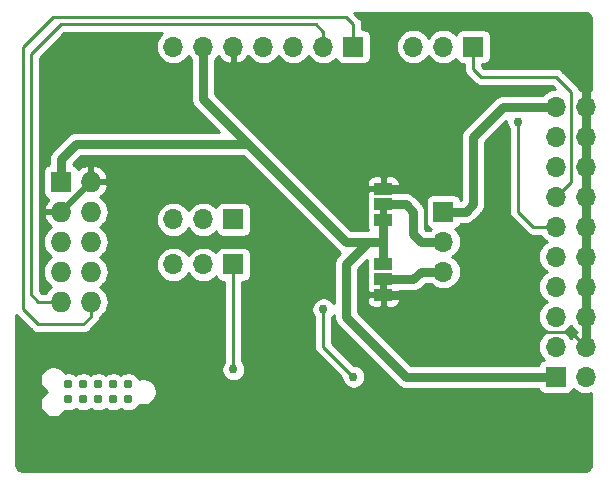
<source format=gbr>
G04 #@! TF.GenerationSoftware,KiCad,Pcbnew,5.1.4-e60b266~84~ubuntu19.04.1*
G04 #@! TF.CreationDate,2019-09-18T22:19:55+02:00*
G04 #@! TF.ProjectId,jlink-tagConnect-adapter,6a6c696e-6b2d-4746-9167-436f6e6e6563,rev?*
G04 #@! TF.SameCoordinates,Original*
G04 #@! TF.FileFunction,Copper,L2,Bot*
G04 #@! TF.FilePolarity,Positive*
%FSLAX46Y46*%
G04 Gerber Fmt 4.6, Leading zero omitted, Abs format (unit mm)*
G04 Created by KiCad (PCBNEW 5.1.4-e60b266~84~ubuntu19.04.1) date 2019-09-18 22:19:55*
%MOMM*%
%LPD*%
G04 APERTURE LIST*
%ADD10C,0.100000*%
%ADD11O,1.700000X1.700000*%
%ADD12R,1.700000X1.700000*%
%ADD13C,0.787400*%
%ADD14R,1.727200X1.727200*%
%ADD15O,1.727200X1.727200*%
%ADD16R,1.500000X1.000000*%
%ADD17C,0.762000*%
%ADD18C,0.250000*%
%ADD19C,0.762000*%
%ADD20C,0.508000*%
%ADD21C,0.254000*%
G04 APERTURE END LIST*
D10*
G36*
X126792000Y-95896000D02*
G01*
X126792000Y-95396000D01*
X126192000Y-95396000D01*
X126192000Y-95896000D01*
X126792000Y-95896000D01*
G37*
G36*
X126792000Y-102246000D02*
G01*
X126792000Y-101746000D01*
X126192000Y-101746000D01*
X126192000Y-102246000D01*
X126792000Y-102246000D01*
G37*
D11*
X143637000Y-86741000D03*
X141097000Y-86741000D03*
X143637000Y-89281000D03*
X141097000Y-89281000D03*
X143637000Y-91821000D03*
X141097000Y-91821000D03*
X143637000Y-94361000D03*
X141097000Y-94361000D03*
X143637000Y-96901000D03*
X141097000Y-96901000D03*
X143637000Y-99441000D03*
X141097000Y-99441000D03*
X143637000Y-101981000D03*
X141097000Y-101981000D03*
X143637000Y-104521000D03*
X141097000Y-104521000D03*
X143637000Y-107061000D03*
X141097000Y-107061000D03*
X143637000Y-109601000D03*
D12*
X141097000Y-109601000D03*
D13*
X104902000Y-110236000D03*
X103632000Y-110236000D03*
X102362000Y-110236000D03*
X101092000Y-110236000D03*
X99822000Y-110236000D03*
X99822000Y-111506000D03*
X101092000Y-111506000D03*
X102362000Y-111506000D03*
X103632000Y-111506000D03*
X104902000Y-111506000D03*
D14*
X99187000Y-93091000D03*
D15*
X101727000Y-93091000D03*
X99187000Y-95631000D03*
X101727000Y-95631000D03*
X99187000Y-98171000D03*
X101727000Y-98171000D03*
X99187000Y-100711000D03*
X101727000Y-100711000D03*
X99187000Y-103251000D03*
X101727000Y-103251000D03*
D12*
X123952000Y-81661000D03*
D11*
X121412000Y-81661000D03*
X118872000Y-81661000D03*
X116332000Y-81661000D03*
X113792000Y-81661000D03*
X111252000Y-81661000D03*
X108712000Y-81661000D03*
D12*
X134112000Y-81661000D03*
D11*
X131572000Y-81661000D03*
X129032000Y-81661000D03*
D12*
X131572000Y-95631000D03*
D11*
X131572000Y-98171000D03*
X131572000Y-100711000D03*
D12*
X113792000Y-96266000D03*
D11*
X111252000Y-96266000D03*
X108712000Y-96266000D03*
X108712000Y-100076000D03*
X111252000Y-100076000D03*
D12*
X113792000Y-100076000D03*
D16*
X126492000Y-94996000D03*
X126492000Y-93696000D03*
X126492000Y-96296000D03*
X126492000Y-102646000D03*
X126492000Y-100046000D03*
X126492000Y-101346000D03*
D17*
X121412000Y-103886000D03*
X123952000Y-109601000D03*
X129032000Y-93726000D03*
X129032000Y-102616000D03*
X128397000Y-115951000D03*
X110617000Y-115951000D03*
X138557000Y-108331000D03*
X111887000Y-92456000D03*
X120142000Y-92456000D03*
X130937000Y-109601000D03*
X113792000Y-108966000D03*
X137922000Y-88011000D03*
D18*
X121412000Y-103886000D02*
X121412000Y-107061000D01*
X121412000Y-107061000D02*
X123952000Y-109601000D01*
X123952000Y-109601000D02*
X123952000Y-109601000D01*
D19*
X143637000Y-86741000D02*
X143637000Y-84836000D01*
X143637000Y-86741000D02*
X143637000Y-107061000D01*
D20*
X101727000Y-93091000D02*
X99187000Y-95631000D01*
D19*
X129002000Y-93696000D02*
X129032000Y-93726000D01*
X126492000Y-93696000D02*
X129002000Y-93696000D01*
X129002000Y-102646000D02*
X129032000Y-102616000D01*
X126492000Y-102646000D02*
X129002000Y-102646000D01*
D21*
X143637000Y-107061000D02*
X142367000Y-105791000D01*
X142367000Y-105791000D02*
X138557000Y-105791000D01*
D18*
X123952000Y-81661000D02*
X123952000Y-79756000D01*
X123952000Y-79756000D02*
X123317000Y-79121000D01*
X123317000Y-79121000D02*
X98552000Y-79121000D01*
X98552000Y-79121000D02*
X96012000Y-81661000D01*
X96012000Y-81661000D02*
X96012000Y-103886000D01*
X96012000Y-103886000D02*
X97282000Y-105156000D01*
X97282000Y-105156000D02*
X101092000Y-105156000D01*
X101727000Y-104521000D02*
X101727000Y-103251000D01*
X101092000Y-105156000D02*
X101727000Y-104521000D01*
X121412000Y-81661000D02*
X121412000Y-80391000D01*
X121412000Y-80391000D02*
X120777000Y-79756000D01*
X120777000Y-79756000D02*
X99187000Y-79756000D01*
X99187000Y-79756000D02*
X96647000Y-82296000D01*
X96647000Y-82296000D02*
X96647000Y-102616000D01*
X97282000Y-103251000D02*
X99187000Y-103251000D01*
X96647000Y-102616000D02*
X97282000Y-103251000D01*
D19*
X126492000Y-98171000D02*
X126492000Y-96296000D01*
X126492000Y-98171000D02*
X126492000Y-100046000D01*
X123317000Y-98171000D02*
X115062000Y-89916000D01*
X115062000Y-89916000D02*
X100457000Y-89916000D01*
X99187000Y-91186000D02*
X99187000Y-93091000D01*
X100457000Y-89916000D02*
X99187000Y-91186000D01*
X111252000Y-86106000D02*
X115062000Y-89916000D01*
X111252000Y-81661000D02*
X111252000Y-86106000D01*
X125222000Y-98171000D02*
X123317000Y-98171000D01*
X123317000Y-100076000D02*
X125222000Y-98171000D01*
X126492000Y-98171000D02*
X125222000Y-98171000D01*
X141097000Y-109601000D02*
X130937000Y-109601000D01*
X128397000Y-109601000D02*
X123317000Y-104521000D01*
X123317000Y-104521000D02*
X123317000Y-100076000D01*
X130937000Y-109601000D02*
X128397000Y-109601000D01*
D21*
X142367000Y-93091000D02*
X142367000Y-85471000D01*
X134747000Y-84201000D02*
X134112000Y-83566000D01*
X141097000Y-94361000D02*
X142367000Y-93091000D01*
X142367000Y-85471000D02*
X141097000Y-84201000D01*
X134112000Y-83566000D02*
X134112000Y-81661000D01*
X141097000Y-84201000D02*
X134747000Y-84201000D01*
D18*
X113792000Y-108966000D02*
X113792000Y-100076000D01*
D21*
X141097000Y-96901000D02*
X139192000Y-96901000D01*
X139192000Y-96901000D02*
X137922000Y-95631000D01*
X137922000Y-95631000D02*
X137922000Y-88011000D01*
X137922000Y-88011000D02*
X137922000Y-88011000D01*
X137922000Y-88011000D02*
X137922000Y-88011000D01*
D19*
X141097000Y-86741000D02*
X136652000Y-86741000D01*
X136652000Y-86741000D02*
X134112000Y-89281000D01*
X134112000Y-89281000D02*
X134112000Y-94996000D01*
X133477000Y-95631000D02*
X131572000Y-95631000D01*
X134112000Y-94996000D02*
X133477000Y-95631000D01*
X131572000Y-98171000D02*
X129667000Y-98171000D01*
X129667000Y-98171000D02*
X129032000Y-97536000D01*
X129032000Y-97536000D02*
X129032000Y-95631000D01*
X128397000Y-94996000D02*
X126492000Y-94996000D01*
X129032000Y-95631000D02*
X128397000Y-94996000D01*
X131572000Y-100711000D02*
X129667000Y-100711000D01*
X129032000Y-101346000D02*
X126492000Y-101346000D01*
X129667000Y-100711000D02*
X129032000Y-101346000D01*
D21*
G36*
X122563292Y-98854133D02*
G01*
X122595104Y-98892896D01*
X122749810Y-99019860D01*
X122871341Y-99084819D01*
X122633868Y-99322292D01*
X122595105Y-99354104D01*
X122468141Y-99508810D01*
X122436504Y-99568000D01*
X122373799Y-99685313D01*
X122315702Y-99876830D01*
X122296085Y-100076000D01*
X122301001Y-100125912D01*
X122301000Y-103387731D01*
X122201179Y-103238338D01*
X122059662Y-103096821D01*
X121893256Y-102985632D01*
X121708356Y-102909044D01*
X121512067Y-102870000D01*
X121311933Y-102870000D01*
X121115644Y-102909044D01*
X120930744Y-102985632D01*
X120764338Y-103096821D01*
X120622821Y-103238338D01*
X120511632Y-103404744D01*
X120435044Y-103589644D01*
X120396000Y-103785933D01*
X120396000Y-103986067D01*
X120435044Y-104182356D01*
X120511632Y-104367256D01*
X120622821Y-104533662D01*
X120652000Y-104562841D01*
X120652001Y-107023668D01*
X120648324Y-107061000D01*
X120662998Y-107209985D01*
X120706454Y-107353246D01*
X120777026Y-107485276D01*
X120842536Y-107565099D01*
X120872000Y-107601001D01*
X120900998Y-107624799D01*
X122936000Y-109659803D01*
X122936000Y-109701067D01*
X122975044Y-109897356D01*
X123051632Y-110082256D01*
X123162821Y-110248662D01*
X123304338Y-110390179D01*
X123470744Y-110501368D01*
X123655644Y-110577956D01*
X123851933Y-110617000D01*
X124052067Y-110617000D01*
X124248356Y-110577956D01*
X124433256Y-110501368D01*
X124599662Y-110390179D01*
X124741179Y-110248662D01*
X124852368Y-110082256D01*
X124928956Y-109897356D01*
X124968000Y-109701067D01*
X124968000Y-109500933D01*
X124928956Y-109304644D01*
X124852368Y-109119744D01*
X124741179Y-108953338D01*
X124599662Y-108811821D01*
X124433256Y-108700632D01*
X124248356Y-108624044D01*
X124052067Y-108585000D01*
X124010803Y-108585000D01*
X122172000Y-106746199D01*
X122172000Y-104562841D01*
X122201179Y-104533662D01*
X122301000Y-104384269D01*
X122301000Y-104471098D01*
X122296085Y-104521000D01*
X122301000Y-104570901D01*
X122315702Y-104720170D01*
X122373798Y-104911686D01*
X122468140Y-105088190D01*
X122595104Y-105242896D01*
X122633872Y-105274712D01*
X127643292Y-110284133D01*
X127675104Y-110322896D01*
X127829810Y-110449860D01*
X127926176Y-110501368D01*
X128006312Y-110544202D01*
X128197829Y-110602298D01*
X128397000Y-110621915D01*
X128446902Y-110617000D01*
X139633782Y-110617000D01*
X139657498Y-110695180D01*
X139716463Y-110805494D01*
X139795815Y-110902185D01*
X139892506Y-110981537D01*
X140002820Y-111040502D01*
X140122518Y-111076812D01*
X140247000Y-111089072D01*
X141947000Y-111089072D01*
X142071482Y-111076812D01*
X142191180Y-111040502D01*
X142301494Y-110981537D01*
X142398185Y-110902185D01*
X142477537Y-110805494D01*
X142536502Y-110695180D01*
X142557393Y-110626313D01*
X142581866Y-110656134D01*
X142807986Y-110841706D01*
X143065966Y-110979599D01*
X143345889Y-111064513D01*
X143564050Y-111086000D01*
X143709950Y-111086000D01*
X143928111Y-111064513D01*
X144120001Y-111006304D01*
X144120001Y-116934711D01*
X144105278Y-117084869D01*
X144071047Y-117198246D01*
X144015446Y-117302817D01*
X143940594Y-117394595D01*
X143849335Y-117470091D01*
X143745160Y-117526419D01*
X143632024Y-117561440D01*
X143483979Y-117577000D01*
X96044279Y-117577000D01*
X95894131Y-117562278D01*
X95780754Y-117528047D01*
X95676183Y-117472446D01*
X95584405Y-117397594D01*
X95508909Y-117306335D01*
X95452581Y-117202160D01*
X95417560Y-117089024D01*
X95402000Y-116940979D01*
X95402000Y-109743675D01*
X97421700Y-109743675D01*
X97421700Y-109966325D01*
X97465137Y-110184696D01*
X97550341Y-110390398D01*
X97674039Y-110575524D01*
X97831476Y-110732961D01*
X98016602Y-110856659D01*
X98051224Y-110871000D01*
X98016602Y-110885341D01*
X97831476Y-111009039D01*
X97674039Y-111166476D01*
X97550341Y-111351602D01*
X97465137Y-111557304D01*
X97421700Y-111775675D01*
X97421700Y-111998325D01*
X97465137Y-112216696D01*
X97550341Y-112422398D01*
X97674039Y-112607524D01*
X97831476Y-112764961D01*
X98016602Y-112888659D01*
X98222304Y-112973863D01*
X98440675Y-113017300D01*
X98663325Y-113017300D01*
X98881696Y-112973863D01*
X99087398Y-112888659D01*
X99272524Y-112764961D01*
X99429961Y-112607524D01*
X99508700Y-112489683D01*
X99521939Y-112495167D01*
X99720682Y-112534700D01*
X99923318Y-112534700D01*
X100122061Y-112495167D01*
X100309272Y-112417622D01*
X100457000Y-112318913D01*
X100604728Y-112417622D01*
X100791939Y-112495167D01*
X100990682Y-112534700D01*
X101193318Y-112534700D01*
X101392061Y-112495167D01*
X101579272Y-112417622D01*
X101727000Y-112318913D01*
X101874728Y-112417622D01*
X102061939Y-112495167D01*
X102260682Y-112534700D01*
X102463318Y-112534700D01*
X102662061Y-112495167D01*
X102849272Y-112417622D01*
X102997000Y-112318913D01*
X103144728Y-112417622D01*
X103331939Y-112495167D01*
X103530682Y-112534700D01*
X103733318Y-112534700D01*
X103932061Y-112495167D01*
X104119272Y-112417622D01*
X104267000Y-112318913D01*
X104414728Y-112417622D01*
X104601939Y-112495167D01*
X104800682Y-112534700D01*
X105003318Y-112534700D01*
X105202061Y-112495167D01*
X105389272Y-112417622D01*
X105557758Y-112305043D01*
X105701043Y-112161758D01*
X105813622Y-111993272D01*
X105830341Y-111952908D01*
X105842304Y-111957863D01*
X106060675Y-112001300D01*
X106283325Y-112001300D01*
X106501696Y-111957863D01*
X106707398Y-111872659D01*
X106892524Y-111748961D01*
X107049961Y-111591524D01*
X107173659Y-111406398D01*
X107258863Y-111200696D01*
X107302300Y-110982325D01*
X107302300Y-110759675D01*
X107258863Y-110541304D01*
X107173659Y-110335602D01*
X107049961Y-110150476D01*
X106892524Y-109993039D01*
X106707398Y-109869341D01*
X106501696Y-109784137D01*
X106283325Y-109740700D01*
X106060675Y-109740700D01*
X105842304Y-109784137D01*
X105830341Y-109789092D01*
X105813622Y-109748728D01*
X105701043Y-109580242D01*
X105557758Y-109436957D01*
X105389272Y-109324378D01*
X105202061Y-109246833D01*
X105003318Y-109207300D01*
X104800682Y-109207300D01*
X104601939Y-109246833D01*
X104414728Y-109324378D01*
X104267000Y-109423087D01*
X104119272Y-109324378D01*
X103932061Y-109246833D01*
X103733318Y-109207300D01*
X103530682Y-109207300D01*
X103331939Y-109246833D01*
X103144728Y-109324378D01*
X102997000Y-109423087D01*
X102849272Y-109324378D01*
X102662061Y-109246833D01*
X102463318Y-109207300D01*
X102260682Y-109207300D01*
X102061939Y-109246833D01*
X101874728Y-109324378D01*
X101727000Y-109423087D01*
X101579272Y-109324378D01*
X101392061Y-109246833D01*
X101193318Y-109207300D01*
X100990682Y-109207300D01*
X100791939Y-109246833D01*
X100604728Y-109324378D01*
X100457000Y-109423087D01*
X100309272Y-109324378D01*
X100122061Y-109246833D01*
X99923318Y-109207300D01*
X99720682Y-109207300D01*
X99521939Y-109246833D01*
X99508700Y-109252317D01*
X99429961Y-109134476D01*
X99272524Y-108977039D01*
X99087398Y-108853341D01*
X98881696Y-108768137D01*
X98663325Y-108724700D01*
X98440675Y-108724700D01*
X98222304Y-108768137D01*
X98016602Y-108853341D01*
X97831476Y-108977039D01*
X97674039Y-109134476D01*
X97550341Y-109319602D01*
X97465137Y-109525304D01*
X97421700Y-109743675D01*
X95402000Y-109743675D01*
X95402000Y-104340707D01*
X95423789Y-104367256D01*
X95472000Y-104426001D01*
X95500998Y-104449799D01*
X96718201Y-105667003D01*
X96741999Y-105696001D01*
X96857724Y-105790974D01*
X96989753Y-105861546D01*
X97133014Y-105905003D01*
X97244667Y-105916000D01*
X97244676Y-105916000D01*
X97281999Y-105919676D01*
X97319322Y-105916000D01*
X101054678Y-105916000D01*
X101092000Y-105919676D01*
X101129322Y-105916000D01*
X101129333Y-105916000D01*
X101240986Y-105905003D01*
X101384247Y-105861546D01*
X101516276Y-105790974D01*
X101632001Y-105696001D01*
X101655803Y-105666998D01*
X102238004Y-105084798D01*
X102267001Y-105061001D01*
X102361974Y-104945276D01*
X102432546Y-104813247D01*
X102476003Y-104669986D01*
X102487000Y-104558333D01*
X102487000Y-104558332D01*
X102488488Y-104543220D01*
X102563606Y-104503069D01*
X102791797Y-104315797D01*
X102979069Y-104087606D01*
X103118225Y-103827264D01*
X103203916Y-103544777D01*
X103232851Y-103251000D01*
X103203916Y-102957223D01*
X103118225Y-102674736D01*
X102979069Y-102414394D01*
X102791797Y-102186203D01*
X102563606Y-101998931D01*
X102530060Y-101981000D01*
X102563606Y-101963069D01*
X102791797Y-101775797D01*
X102979069Y-101547606D01*
X103118225Y-101287264D01*
X103203916Y-101004777D01*
X103232851Y-100711000D01*
X103203916Y-100417223D01*
X103118225Y-100134736D01*
X103086830Y-100076000D01*
X107219815Y-100076000D01*
X107248487Y-100367111D01*
X107333401Y-100647034D01*
X107471294Y-100905014D01*
X107656866Y-101131134D01*
X107882986Y-101316706D01*
X108140966Y-101454599D01*
X108420889Y-101539513D01*
X108639050Y-101561000D01*
X108784950Y-101561000D01*
X109003111Y-101539513D01*
X109283034Y-101454599D01*
X109541014Y-101316706D01*
X109767134Y-101131134D01*
X109952706Y-100905014D01*
X109982000Y-100850209D01*
X110011294Y-100905014D01*
X110196866Y-101131134D01*
X110422986Y-101316706D01*
X110680966Y-101454599D01*
X110960889Y-101539513D01*
X111179050Y-101561000D01*
X111324950Y-101561000D01*
X111543111Y-101539513D01*
X111823034Y-101454599D01*
X112081014Y-101316706D01*
X112307134Y-101131134D01*
X112331607Y-101101313D01*
X112352498Y-101170180D01*
X112411463Y-101280494D01*
X112490815Y-101377185D01*
X112587506Y-101456537D01*
X112697820Y-101515502D01*
X112817518Y-101551812D01*
X112942000Y-101564072D01*
X113032001Y-101564072D01*
X113032000Y-108289159D01*
X113002821Y-108318338D01*
X112891632Y-108484744D01*
X112815044Y-108669644D01*
X112776000Y-108865933D01*
X112776000Y-109066067D01*
X112815044Y-109262356D01*
X112891632Y-109447256D01*
X113002821Y-109613662D01*
X113144338Y-109755179D01*
X113310744Y-109866368D01*
X113495644Y-109942956D01*
X113691933Y-109982000D01*
X113892067Y-109982000D01*
X114088356Y-109942956D01*
X114273256Y-109866368D01*
X114439662Y-109755179D01*
X114581179Y-109613662D01*
X114692368Y-109447256D01*
X114768956Y-109262356D01*
X114808000Y-109066067D01*
X114808000Y-108865933D01*
X114768956Y-108669644D01*
X114692368Y-108484744D01*
X114581179Y-108318338D01*
X114552000Y-108289159D01*
X114552000Y-101564072D01*
X114642000Y-101564072D01*
X114766482Y-101551812D01*
X114886180Y-101515502D01*
X114996494Y-101456537D01*
X115093185Y-101377185D01*
X115172537Y-101280494D01*
X115231502Y-101170180D01*
X115267812Y-101050482D01*
X115280072Y-100926000D01*
X115280072Y-99226000D01*
X115267812Y-99101518D01*
X115231502Y-98981820D01*
X115172537Y-98871506D01*
X115093185Y-98774815D01*
X114996494Y-98695463D01*
X114886180Y-98636498D01*
X114766482Y-98600188D01*
X114642000Y-98587928D01*
X112942000Y-98587928D01*
X112817518Y-98600188D01*
X112697820Y-98636498D01*
X112587506Y-98695463D01*
X112490815Y-98774815D01*
X112411463Y-98871506D01*
X112352498Y-98981820D01*
X112331607Y-99050687D01*
X112307134Y-99020866D01*
X112081014Y-98835294D01*
X111823034Y-98697401D01*
X111543111Y-98612487D01*
X111324950Y-98591000D01*
X111179050Y-98591000D01*
X110960889Y-98612487D01*
X110680966Y-98697401D01*
X110422986Y-98835294D01*
X110196866Y-99020866D01*
X110011294Y-99246986D01*
X109982000Y-99301791D01*
X109952706Y-99246986D01*
X109767134Y-99020866D01*
X109541014Y-98835294D01*
X109283034Y-98697401D01*
X109003111Y-98612487D01*
X108784950Y-98591000D01*
X108639050Y-98591000D01*
X108420889Y-98612487D01*
X108140966Y-98697401D01*
X107882986Y-98835294D01*
X107656866Y-99020866D01*
X107471294Y-99246986D01*
X107333401Y-99504966D01*
X107248487Y-99784889D01*
X107219815Y-100076000D01*
X103086830Y-100076000D01*
X102979069Y-99874394D01*
X102791797Y-99646203D01*
X102563606Y-99458931D01*
X102530060Y-99441000D01*
X102563606Y-99423069D01*
X102791797Y-99235797D01*
X102979069Y-99007606D01*
X103118225Y-98747264D01*
X103203916Y-98464777D01*
X103232851Y-98171000D01*
X103203916Y-97877223D01*
X103118225Y-97594736D01*
X102979069Y-97334394D01*
X102791797Y-97106203D01*
X102563606Y-96918931D01*
X102530060Y-96901000D01*
X102563606Y-96883069D01*
X102791797Y-96695797D01*
X102979069Y-96467606D01*
X103086829Y-96266000D01*
X107219815Y-96266000D01*
X107248487Y-96557111D01*
X107333401Y-96837034D01*
X107471294Y-97095014D01*
X107656866Y-97321134D01*
X107882986Y-97506706D01*
X108140966Y-97644599D01*
X108420889Y-97729513D01*
X108639050Y-97751000D01*
X108784950Y-97751000D01*
X109003111Y-97729513D01*
X109283034Y-97644599D01*
X109541014Y-97506706D01*
X109767134Y-97321134D01*
X109952706Y-97095014D01*
X109982000Y-97040209D01*
X110011294Y-97095014D01*
X110196866Y-97321134D01*
X110422986Y-97506706D01*
X110680966Y-97644599D01*
X110960889Y-97729513D01*
X111179050Y-97751000D01*
X111324950Y-97751000D01*
X111543111Y-97729513D01*
X111823034Y-97644599D01*
X112081014Y-97506706D01*
X112307134Y-97321134D01*
X112331607Y-97291313D01*
X112352498Y-97360180D01*
X112411463Y-97470494D01*
X112490815Y-97567185D01*
X112587506Y-97646537D01*
X112697820Y-97705502D01*
X112817518Y-97741812D01*
X112942000Y-97754072D01*
X114642000Y-97754072D01*
X114766482Y-97741812D01*
X114886180Y-97705502D01*
X114996494Y-97646537D01*
X115093185Y-97567185D01*
X115172537Y-97470494D01*
X115231502Y-97360180D01*
X115267812Y-97240482D01*
X115280072Y-97116000D01*
X115280072Y-95416000D01*
X115267812Y-95291518D01*
X115231502Y-95171820D01*
X115172537Y-95061506D01*
X115093185Y-94964815D01*
X114996494Y-94885463D01*
X114886180Y-94826498D01*
X114766482Y-94790188D01*
X114642000Y-94777928D01*
X112942000Y-94777928D01*
X112817518Y-94790188D01*
X112697820Y-94826498D01*
X112587506Y-94885463D01*
X112490815Y-94964815D01*
X112411463Y-95061506D01*
X112352498Y-95171820D01*
X112331607Y-95240687D01*
X112307134Y-95210866D01*
X112081014Y-95025294D01*
X111823034Y-94887401D01*
X111543111Y-94802487D01*
X111324950Y-94781000D01*
X111179050Y-94781000D01*
X110960889Y-94802487D01*
X110680966Y-94887401D01*
X110422986Y-95025294D01*
X110196866Y-95210866D01*
X110011294Y-95436986D01*
X109982000Y-95491791D01*
X109952706Y-95436986D01*
X109767134Y-95210866D01*
X109541014Y-95025294D01*
X109283034Y-94887401D01*
X109003111Y-94802487D01*
X108784950Y-94781000D01*
X108639050Y-94781000D01*
X108420889Y-94802487D01*
X108140966Y-94887401D01*
X107882986Y-95025294D01*
X107656866Y-95210866D01*
X107471294Y-95436986D01*
X107333401Y-95694966D01*
X107248487Y-95974889D01*
X107219815Y-96266000D01*
X103086829Y-96266000D01*
X103118225Y-96207264D01*
X103203916Y-95924777D01*
X103232851Y-95631000D01*
X103203916Y-95337223D01*
X103118225Y-95054736D01*
X102979069Y-94794394D01*
X102791797Y-94566203D01*
X102563606Y-94378931D01*
X102519090Y-94355137D01*
X102615488Y-94297817D01*
X102833854Y-94101293D01*
X103009684Y-93865944D01*
X103136222Y-93600814D01*
X103181958Y-93450026D01*
X103060817Y-93218000D01*
X101854000Y-93218000D01*
X101854000Y-93238000D01*
X101600000Y-93238000D01*
X101600000Y-93218000D01*
X101580000Y-93218000D01*
X101580000Y-92964000D01*
X101600000Y-92964000D01*
X101600000Y-91756536D01*
X101854000Y-91756536D01*
X101854000Y-92964000D01*
X103060817Y-92964000D01*
X103181958Y-92731974D01*
X103136222Y-92581186D01*
X103009684Y-92316056D01*
X102833854Y-92080707D01*
X102615488Y-91884183D01*
X102362978Y-91734036D01*
X102086027Y-91636037D01*
X101854000Y-91756536D01*
X101600000Y-91756536D01*
X101367973Y-91636037D01*
X101091022Y-91734036D01*
X100838512Y-91884183D01*
X100659053Y-92045692D01*
X100640102Y-91983220D01*
X100581137Y-91872906D01*
X100501785Y-91776215D01*
X100405094Y-91696863D01*
X100294780Y-91637898D01*
X100203000Y-91610057D01*
X100203000Y-91606840D01*
X100877841Y-90932000D01*
X114641160Y-90932000D01*
X122563292Y-98854133D01*
X122563292Y-98854133D01*
G37*
X122563292Y-98854133D02*
X122595104Y-98892896D01*
X122749810Y-99019860D01*
X122871341Y-99084819D01*
X122633868Y-99322292D01*
X122595105Y-99354104D01*
X122468141Y-99508810D01*
X122436504Y-99568000D01*
X122373799Y-99685313D01*
X122315702Y-99876830D01*
X122296085Y-100076000D01*
X122301001Y-100125912D01*
X122301000Y-103387731D01*
X122201179Y-103238338D01*
X122059662Y-103096821D01*
X121893256Y-102985632D01*
X121708356Y-102909044D01*
X121512067Y-102870000D01*
X121311933Y-102870000D01*
X121115644Y-102909044D01*
X120930744Y-102985632D01*
X120764338Y-103096821D01*
X120622821Y-103238338D01*
X120511632Y-103404744D01*
X120435044Y-103589644D01*
X120396000Y-103785933D01*
X120396000Y-103986067D01*
X120435044Y-104182356D01*
X120511632Y-104367256D01*
X120622821Y-104533662D01*
X120652000Y-104562841D01*
X120652001Y-107023668D01*
X120648324Y-107061000D01*
X120662998Y-107209985D01*
X120706454Y-107353246D01*
X120777026Y-107485276D01*
X120842536Y-107565099D01*
X120872000Y-107601001D01*
X120900998Y-107624799D01*
X122936000Y-109659803D01*
X122936000Y-109701067D01*
X122975044Y-109897356D01*
X123051632Y-110082256D01*
X123162821Y-110248662D01*
X123304338Y-110390179D01*
X123470744Y-110501368D01*
X123655644Y-110577956D01*
X123851933Y-110617000D01*
X124052067Y-110617000D01*
X124248356Y-110577956D01*
X124433256Y-110501368D01*
X124599662Y-110390179D01*
X124741179Y-110248662D01*
X124852368Y-110082256D01*
X124928956Y-109897356D01*
X124968000Y-109701067D01*
X124968000Y-109500933D01*
X124928956Y-109304644D01*
X124852368Y-109119744D01*
X124741179Y-108953338D01*
X124599662Y-108811821D01*
X124433256Y-108700632D01*
X124248356Y-108624044D01*
X124052067Y-108585000D01*
X124010803Y-108585000D01*
X122172000Y-106746199D01*
X122172000Y-104562841D01*
X122201179Y-104533662D01*
X122301000Y-104384269D01*
X122301000Y-104471098D01*
X122296085Y-104521000D01*
X122301000Y-104570901D01*
X122315702Y-104720170D01*
X122373798Y-104911686D01*
X122468140Y-105088190D01*
X122595104Y-105242896D01*
X122633872Y-105274712D01*
X127643292Y-110284133D01*
X127675104Y-110322896D01*
X127829810Y-110449860D01*
X127926176Y-110501368D01*
X128006312Y-110544202D01*
X128197829Y-110602298D01*
X128397000Y-110621915D01*
X128446902Y-110617000D01*
X139633782Y-110617000D01*
X139657498Y-110695180D01*
X139716463Y-110805494D01*
X139795815Y-110902185D01*
X139892506Y-110981537D01*
X140002820Y-111040502D01*
X140122518Y-111076812D01*
X140247000Y-111089072D01*
X141947000Y-111089072D01*
X142071482Y-111076812D01*
X142191180Y-111040502D01*
X142301494Y-110981537D01*
X142398185Y-110902185D01*
X142477537Y-110805494D01*
X142536502Y-110695180D01*
X142557393Y-110626313D01*
X142581866Y-110656134D01*
X142807986Y-110841706D01*
X143065966Y-110979599D01*
X143345889Y-111064513D01*
X143564050Y-111086000D01*
X143709950Y-111086000D01*
X143928111Y-111064513D01*
X144120001Y-111006304D01*
X144120001Y-116934711D01*
X144105278Y-117084869D01*
X144071047Y-117198246D01*
X144015446Y-117302817D01*
X143940594Y-117394595D01*
X143849335Y-117470091D01*
X143745160Y-117526419D01*
X143632024Y-117561440D01*
X143483979Y-117577000D01*
X96044279Y-117577000D01*
X95894131Y-117562278D01*
X95780754Y-117528047D01*
X95676183Y-117472446D01*
X95584405Y-117397594D01*
X95508909Y-117306335D01*
X95452581Y-117202160D01*
X95417560Y-117089024D01*
X95402000Y-116940979D01*
X95402000Y-109743675D01*
X97421700Y-109743675D01*
X97421700Y-109966325D01*
X97465137Y-110184696D01*
X97550341Y-110390398D01*
X97674039Y-110575524D01*
X97831476Y-110732961D01*
X98016602Y-110856659D01*
X98051224Y-110871000D01*
X98016602Y-110885341D01*
X97831476Y-111009039D01*
X97674039Y-111166476D01*
X97550341Y-111351602D01*
X97465137Y-111557304D01*
X97421700Y-111775675D01*
X97421700Y-111998325D01*
X97465137Y-112216696D01*
X97550341Y-112422398D01*
X97674039Y-112607524D01*
X97831476Y-112764961D01*
X98016602Y-112888659D01*
X98222304Y-112973863D01*
X98440675Y-113017300D01*
X98663325Y-113017300D01*
X98881696Y-112973863D01*
X99087398Y-112888659D01*
X99272524Y-112764961D01*
X99429961Y-112607524D01*
X99508700Y-112489683D01*
X99521939Y-112495167D01*
X99720682Y-112534700D01*
X99923318Y-112534700D01*
X100122061Y-112495167D01*
X100309272Y-112417622D01*
X100457000Y-112318913D01*
X100604728Y-112417622D01*
X100791939Y-112495167D01*
X100990682Y-112534700D01*
X101193318Y-112534700D01*
X101392061Y-112495167D01*
X101579272Y-112417622D01*
X101727000Y-112318913D01*
X101874728Y-112417622D01*
X102061939Y-112495167D01*
X102260682Y-112534700D01*
X102463318Y-112534700D01*
X102662061Y-112495167D01*
X102849272Y-112417622D01*
X102997000Y-112318913D01*
X103144728Y-112417622D01*
X103331939Y-112495167D01*
X103530682Y-112534700D01*
X103733318Y-112534700D01*
X103932061Y-112495167D01*
X104119272Y-112417622D01*
X104267000Y-112318913D01*
X104414728Y-112417622D01*
X104601939Y-112495167D01*
X104800682Y-112534700D01*
X105003318Y-112534700D01*
X105202061Y-112495167D01*
X105389272Y-112417622D01*
X105557758Y-112305043D01*
X105701043Y-112161758D01*
X105813622Y-111993272D01*
X105830341Y-111952908D01*
X105842304Y-111957863D01*
X106060675Y-112001300D01*
X106283325Y-112001300D01*
X106501696Y-111957863D01*
X106707398Y-111872659D01*
X106892524Y-111748961D01*
X107049961Y-111591524D01*
X107173659Y-111406398D01*
X107258863Y-111200696D01*
X107302300Y-110982325D01*
X107302300Y-110759675D01*
X107258863Y-110541304D01*
X107173659Y-110335602D01*
X107049961Y-110150476D01*
X106892524Y-109993039D01*
X106707398Y-109869341D01*
X106501696Y-109784137D01*
X106283325Y-109740700D01*
X106060675Y-109740700D01*
X105842304Y-109784137D01*
X105830341Y-109789092D01*
X105813622Y-109748728D01*
X105701043Y-109580242D01*
X105557758Y-109436957D01*
X105389272Y-109324378D01*
X105202061Y-109246833D01*
X105003318Y-109207300D01*
X104800682Y-109207300D01*
X104601939Y-109246833D01*
X104414728Y-109324378D01*
X104267000Y-109423087D01*
X104119272Y-109324378D01*
X103932061Y-109246833D01*
X103733318Y-109207300D01*
X103530682Y-109207300D01*
X103331939Y-109246833D01*
X103144728Y-109324378D01*
X102997000Y-109423087D01*
X102849272Y-109324378D01*
X102662061Y-109246833D01*
X102463318Y-109207300D01*
X102260682Y-109207300D01*
X102061939Y-109246833D01*
X101874728Y-109324378D01*
X101727000Y-109423087D01*
X101579272Y-109324378D01*
X101392061Y-109246833D01*
X101193318Y-109207300D01*
X100990682Y-109207300D01*
X100791939Y-109246833D01*
X100604728Y-109324378D01*
X100457000Y-109423087D01*
X100309272Y-109324378D01*
X100122061Y-109246833D01*
X99923318Y-109207300D01*
X99720682Y-109207300D01*
X99521939Y-109246833D01*
X99508700Y-109252317D01*
X99429961Y-109134476D01*
X99272524Y-108977039D01*
X99087398Y-108853341D01*
X98881696Y-108768137D01*
X98663325Y-108724700D01*
X98440675Y-108724700D01*
X98222304Y-108768137D01*
X98016602Y-108853341D01*
X97831476Y-108977039D01*
X97674039Y-109134476D01*
X97550341Y-109319602D01*
X97465137Y-109525304D01*
X97421700Y-109743675D01*
X95402000Y-109743675D01*
X95402000Y-104340707D01*
X95423789Y-104367256D01*
X95472000Y-104426001D01*
X95500998Y-104449799D01*
X96718201Y-105667003D01*
X96741999Y-105696001D01*
X96857724Y-105790974D01*
X96989753Y-105861546D01*
X97133014Y-105905003D01*
X97244667Y-105916000D01*
X97244676Y-105916000D01*
X97281999Y-105919676D01*
X97319322Y-105916000D01*
X101054678Y-105916000D01*
X101092000Y-105919676D01*
X101129322Y-105916000D01*
X101129333Y-105916000D01*
X101240986Y-105905003D01*
X101384247Y-105861546D01*
X101516276Y-105790974D01*
X101632001Y-105696001D01*
X101655803Y-105666998D01*
X102238004Y-105084798D01*
X102267001Y-105061001D01*
X102361974Y-104945276D01*
X102432546Y-104813247D01*
X102476003Y-104669986D01*
X102487000Y-104558333D01*
X102487000Y-104558332D01*
X102488488Y-104543220D01*
X102563606Y-104503069D01*
X102791797Y-104315797D01*
X102979069Y-104087606D01*
X103118225Y-103827264D01*
X103203916Y-103544777D01*
X103232851Y-103251000D01*
X103203916Y-102957223D01*
X103118225Y-102674736D01*
X102979069Y-102414394D01*
X102791797Y-102186203D01*
X102563606Y-101998931D01*
X102530060Y-101981000D01*
X102563606Y-101963069D01*
X102791797Y-101775797D01*
X102979069Y-101547606D01*
X103118225Y-101287264D01*
X103203916Y-101004777D01*
X103232851Y-100711000D01*
X103203916Y-100417223D01*
X103118225Y-100134736D01*
X103086830Y-100076000D01*
X107219815Y-100076000D01*
X107248487Y-100367111D01*
X107333401Y-100647034D01*
X107471294Y-100905014D01*
X107656866Y-101131134D01*
X107882986Y-101316706D01*
X108140966Y-101454599D01*
X108420889Y-101539513D01*
X108639050Y-101561000D01*
X108784950Y-101561000D01*
X109003111Y-101539513D01*
X109283034Y-101454599D01*
X109541014Y-101316706D01*
X109767134Y-101131134D01*
X109952706Y-100905014D01*
X109982000Y-100850209D01*
X110011294Y-100905014D01*
X110196866Y-101131134D01*
X110422986Y-101316706D01*
X110680966Y-101454599D01*
X110960889Y-101539513D01*
X111179050Y-101561000D01*
X111324950Y-101561000D01*
X111543111Y-101539513D01*
X111823034Y-101454599D01*
X112081014Y-101316706D01*
X112307134Y-101131134D01*
X112331607Y-101101313D01*
X112352498Y-101170180D01*
X112411463Y-101280494D01*
X112490815Y-101377185D01*
X112587506Y-101456537D01*
X112697820Y-101515502D01*
X112817518Y-101551812D01*
X112942000Y-101564072D01*
X113032001Y-101564072D01*
X113032000Y-108289159D01*
X113002821Y-108318338D01*
X112891632Y-108484744D01*
X112815044Y-108669644D01*
X112776000Y-108865933D01*
X112776000Y-109066067D01*
X112815044Y-109262356D01*
X112891632Y-109447256D01*
X113002821Y-109613662D01*
X113144338Y-109755179D01*
X113310744Y-109866368D01*
X113495644Y-109942956D01*
X113691933Y-109982000D01*
X113892067Y-109982000D01*
X114088356Y-109942956D01*
X114273256Y-109866368D01*
X114439662Y-109755179D01*
X114581179Y-109613662D01*
X114692368Y-109447256D01*
X114768956Y-109262356D01*
X114808000Y-109066067D01*
X114808000Y-108865933D01*
X114768956Y-108669644D01*
X114692368Y-108484744D01*
X114581179Y-108318338D01*
X114552000Y-108289159D01*
X114552000Y-101564072D01*
X114642000Y-101564072D01*
X114766482Y-101551812D01*
X114886180Y-101515502D01*
X114996494Y-101456537D01*
X115093185Y-101377185D01*
X115172537Y-101280494D01*
X115231502Y-101170180D01*
X115267812Y-101050482D01*
X115280072Y-100926000D01*
X115280072Y-99226000D01*
X115267812Y-99101518D01*
X115231502Y-98981820D01*
X115172537Y-98871506D01*
X115093185Y-98774815D01*
X114996494Y-98695463D01*
X114886180Y-98636498D01*
X114766482Y-98600188D01*
X114642000Y-98587928D01*
X112942000Y-98587928D01*
X112817518Y-98600188D01*
X112697820Y-98636498D01*
X112587506Y-98695463D01*
X112490815Y-98774815D01*
X112411463Y-98871506D01*
X112352498Y-98981820D01*
X112331607Y-99050687D01*
X112307134Y-99020866D01*
X112081014Y-98835294D01*
X111823034Y-98697401D01*
X111543111Y-98612487D01*
X111324950Y-98591000D01*
X111179050Y-98591000D01*
X110960889Y-98612487D01*
X110680966Y-98697401D01*
X110422986Y-98835294D01*
X110196866Y-99020866D01*
X110011294Y-99246986D01*
X109982000Y-99301791D01*
X109952706Y-99246986D01*
X109767134Y-99020866D01*
X109541014Y-98835294D01*
X109283034Y-98697401D01*
X109003111Y-98612487D01*
X108784950Y-98591000D01*
X108639050Y-98591000D01*
X108420889Y-98612487D01*
X108140966Y-98697401D01*
X107882986Y-98835294D01*
X107656866Y-99020866D01*
X107471294Y-99246986D01*
X107333401Y-99504966D01*
X107248487Y-99784889D01*
X107219815Y-100076000D01*
X103086830Y-100076000D01*
X102979069Y-99874394D01*
X102791797Y-99646203D01*
X102563606Y-99458931D01*
X102530060Y-99441000D01*
X102563606Y-99423069D01*
X102791797Y-99235797D01*
X102979069Y-99007606D01*
X103118225Y-98747264D01*
X103203916Y-98464777D01*
X103232851Y-98171000D01*
X103203916Y-97877223D01*
X103118225Y-97594736D01*
X102979069Y-97334394D01*
X102791797Y-97106203D01*
X102563606Y-96918931D01*
X102530060Y-96901000D01*
X102563606Y-96883069D01*
X102791797Y-96695797D01*
X102979069Y-96467606D01*
X103086829Y-96266000D01*
X107219815Y-96266000D01*
X107248487Y-96557111D01*
X107333401Y-96837034D01*
X107471294Y-97095014D01*
X107656866Y-97321134D01*
X107882986Y-97506706D01*
X108140966Y-97644599D01*
X108420889Y-97729513D01*
X108639050Y-97751000D01*
X108784950Y-97751000D01*
X109003111Y-97729513D01*
X109283034Y-97644599D01*
X109541014Y-97506706D01*
X109767134Y-97321134D01*
X109952706Y-97095014D01*
X109982000Y-97040209D01*
X110011294Y-97095014D01*
X110196866Y-97321134D01*
X110422986Y-97506706D01*
X110680966Y-97644599D01*
X110960889Y-97729513D01*
X111179050Y-97751000D01*
X111324950Y-97751000D01*
X111543111Y-97729513D01*
X111823034Y-97644599D01*
X112081014Y-97506706D01*
X112307134Y-97321134D01*
X112331607Y-97291313D01*
X112352498Y-97360180D01*
X112411463Y-97470494D01*
X112490815Y-97567185D01*
X112587506Y-97646537D01*
X112697820Y-97705502D01*
X112817518Y-97741812D01*
X112942000Y-97754072D01*
X114642000Y-97754072D01*
X114766482Y-97741812D01*
X114886180Y-97705502D01*
X114996494Y-97646537D01*
X115093185Y-97567185D01*
X115172537Y-97470494D01*
X115231502Y-97360180D01*
X115267812Y-97240482D01*
X115280072Y-97116000D01*
X115280072Y-95416000D01*
X115267812Y-95291518D01*
X115231502Y-95171820D01*
X115172537Y-95061506D01*
X115093185Y-94964815D01*
X114996494Y-94885463D01*
X114886180Y-94826498D01*
X114766482Y-94790188D01*
X114642000Y-94777928D01*
X112942000Y-94777928D01*
X112817518Y-94790188D01*
X112697820Y-94826498D01*
X112587506Y-94885463D01*
X112490815Y-94964815D01*
X112411463Y-95061506D01*
X112352498Y-95171820D01*
X112331607Y-95240687D01*
X112307134Y-95210866D01*
X112081014Y-95025294D01*
X111823034Y-94887401D01*
X111543111Y-94802487D01*
X111324950Y-94781000D01*
X111179050Y-94781000D01*
X110960889Y-94802487D01*
X110680966Y-94887401D01*
X110422986Y-95025294D01*
X110196866Y-95210866D01*
X110011294Y-95436986D01*
X109982000Y-95491791D01*
X109952706Y-95436986D01*
X109767134Y-95210866D01*
X109541014Y-95025294D01*
X109283034Y-94887401D01*
X109003111Y-94802487D01*
X108784950Y-94781000D01*
X108639050Y-94781000D01*
X108420889Y-94802487D01*
X108140966Y-94887401D01*
X107882986Y-95025294D01*
X107656866Y-95210866D01*
X107471294Y-95436986D01*
X107333401Y-95694966D01*
X107248487Y-95974889D01*
X107219815Y-96266000D01*
X103086829Y-96266000D01*
X103118225Y-96207264D01*
X103203916Y-95924777D01*
X103232851Y-95631000D01*
X103203916Y-95337223D01*
X103118225Y-95054736D01*
X102979069Y-94794394D01*
X102791797Y-94566203D01*
X102563606Y-94378931D01*
X102519090Y-94355137D01*
X102615488Y-94297817D01*
X102833854Y-94101293D01*
X103009684Y-93865944D01*
X103136222Y-93600814D01*
X103181958Y-93450026D01*
X103060817Y-93218000D01*
X101854000Y-93218000D01*
X101854000Y-93238000D01*
X101600000Y-93238000D01*
X101600000Y-93218000D01*
X101580000Y-93218000D01*
X101580000Y-92964000D01*
X101600000Y-92964000D01*
X101600000Y-91756536D01*
X101854000Y-91756536D01*
X101854000Y-92964000D01*
X103060817Y-92964000D01*
X103181958Y-92731974D01*
X103136222Y-92581186D01*
X103009684Y-92316056D01*
X102833854Y-92080707D01*
X102615488Y-91884183D01*
X102362978Y-91734036D01*
X102086027Y-91636037D01*
X101854000Y-91756536D01*
X101600000Y-91756536D01*
X101367973Y-91636037D01*
X101091022Y-91734036D01*
X100838512Y-91884183D01*
X100659053Y-92045692D01*
X100640102Y-91983220D01*
X100581137Y-91872906D01*
X100501785Y-91776215D01*
X100405094Y-91696863D01*
X100294780Y-91637898D01*
X100203000Y-91610057D01*
X100203000Y-91606840D01*
X100877841Y-90932000D01*
X114641160Y-90932000D01*
X122563292Y-98854133D01*
G36*
X136906000Y-88111067D02*
G01*
X136945044Y-88307356D01*
X137021632Y-88492256D01*
X137132821Y-88658662D01*
X137160001Y-88685842D01*
X137160000Y-95593577D01*
X137156314Y-95631000D01*
X137160000Y-95668423D01*
X137160000Y-95668425D01*
X137171026Y-95780377D01*
X137214598Y-95924014D01*
X137226983Y-95947185D01*
X137285355Y-96056392D01*
X137298153Y-96071986D01*
X137380578Y-96172422D01*
X137409654Y-96196284D01*
X138626721Y-97413352D01*
X138650578Y-97442422D01*
X138766608Y-97537645D01*
X138898985Y-97608402D01*
X139042622Y-97651974D01*
X139154574Y-97663000D01*
X139154576Y-97663000D01*
X139191999Y-97666686D01*
X139229422Y-97663000D01*
X139820474Y-97663000D01*
X139856294Y-97730014D01*
X140041866Y-97956134D01*
X140267986Y-98141706D01*
X140322791Y-98171000D01*
X140267986Y-98200294D01*
X140041866Y-98385866D01*
X139856294Y-98611986D01*
X139718401Y-98869966D01*
X139633487Y-99149889D01*
X139604815Y-99441000D01*
X139633487Y-99732111D01*
X139718401Y-100012034D01*
X139856294Y-100270014D01*
X140041866Y-100496134D01*
X140267986Y-100681706D01*
X140322791Y-100711000D01*
X140267986Y-100740294D01*
X140041866Y-100925866D01*
X139856294Y-101151986D01*
X139718401Y-101409966D01*
X139633487Y-101689889D01*
X139604815Y-101981000D01*
X139633487Y-102272111D01*
X139718401Y-102552034D01*
X139856294Y-102810014D01*
X140041866Y-103036134D01*
X140267986Y-103221706D01*
X140322791Y-103251000D01*
X140267986Y-103280294D01*
X140041866Y-103465866D01*
X139856294Y-103691986D01*
X139718401Y-103949966D01*
X139633487Y-104229889D01*
X139604815Y-104521000D01*
X139633487Y-104812111D01*
X139718401Y-105092034D01*
X139856294Y-105350014D01*
X140041866Y-105576134D01*
X140267986Y-105761706D01*
X140322791Y-105791000D01*
X140267986Y-105820294D01*
X140041866Y-106005866D01*
X139856294Y-106231986D01*
X139718401Y-106489966D01*
X139633487Y-106769889D01*
X139604815Y-107061000D01*
X139633487Y-107352111D01*
X139718401Y-107632034D01*
X139856294Y-107890014D01*
X140041866Y-108116134D01*
X140071687Y-108140607D01*
X140002820Y-108161498D01*
X139892506Y-108220463D01*
X139795815Y-108299815D01*
X139716463Y-108396506D01*
X139657498Y-108506820D01*
X139633782Y-108585000D01*
X128817841Y-108585000D01*
X124333000Y-104100160D01*
X124333000Y-100496840D01*
X125103928Y-99725913D01*
X125103928Y-100546000D01*
X125116188Y-100670482D01*
X125123929Y-100696000D01*
X125116188Y-100721518D01*
X125103928Y-100846000D01*
X125103928Y-101846000D01*
X125116188Y-101970482D01*
X125123929Y-101996000D01*
X125116188Y-102021518D01*
X125103928Y-102146000D01*
X125107000Y-102360250D01*
X125265750Y-102519000D01*
X125621407Y-102519000D01*
X125632988Y-102540781D01*
X125660655Y-102593703D01*
X125662049Y-102595437D01*
X125663095Y-102597404D01*
X125700883Y-102643737D01*
X125738310Y-102690286D01*
X125740015Y-102691717D01*
X125741423Y-102693443D01*
X125787473Y-102731539D01*
X125833246Y-102769947D01*
X125835198Y-102771020D01*
X125836913Y-102772439D01*
X125837951Y-102773000D01*
X125265750Y-102773000D01*
X125107000Y-102931750D01*
X125103928Y-103146000D01*
X125116188Y-103270482D01*
X125152498Y-103390180D01*
X125211463Y-103500494D01*
X125290815Y-103597185D01*
X125387506Y-103676537D01*
X125497820Y-103735502D01*
X125617518Y-103771812D01*
X125742000Y-103784072D01*
X126206250Y-103781000D01*
X126365000Y-103622250D01*
X126365000Y-102881000D01*
X126619000Y-102881000D01*
X126619000Y-103622250D01*
X126777750Y-103781000D01*
X127242000Y-103784072D01*
X127366482Y-103771812D01*
X127486180Y-103735502D01*
X127596494Y-103676537D01*
X127693185Y-103597185D01*
X127772537Y-103500494D01*
X127831502Y-103390180D01*
X127867812Y-103270482D01*
X127880072Y-103146000D01*
X127877000Y-102931750D01*
X127718250Y-102773000D01*
X127145740Y-102773000D01*
X127189737Y-102737117D01*
X127236286Y-102699690D01*
X127237717Y-102697985D01*
X127239443Y-102696577D01*
X127277539Y-102650527D01*
X127315947Y-102604754D01*
X127317020Y-102602802D01*
X127318439Y-102601087D01*
X127346851Y-102548539D01*
X127363091Y-102519000D01*
X127718250Y-102519000D01*
X127875250Y-102362000D01*
X128982098Y-102362000D01*
X129032000Y-102366915D01*
X129081902Y-102362000D01*
X129231171Y-102347298D01*
X129422687Y-102289202D01*
X129599190Y-102194860D01*
X129753896Y-102067896D01*
X129785713Y-102029127D01*
X130087840Y-101727000D01*
X130484750Y-101727000D01*
X130516866Y-101766134D01*
X130742986Y-101951706D01*
X131000966Y-102089599D01*
X131280889Y-102174513D01*
X131499050Y-102196000D01*
X131644950Y-102196000D01*
X131863111Y-102174513D01*
X132143034Y-102089599D01*
X132401014Y-101951706D01*
X132627134Y-101766134D01*
X132812706Y-101540014D01*
X132950599Y-101282034D01*
X133035513Y-101002111D01*
X133064185Y-100711000D01*
X133035513Y-100419889D01*
X132950599Y-100139966D01*
X132812706Y-99881986D01*
X132627134Y-99655866D01*
X132401014Y-99470294D01*
X132346209Y-99441000D01*
X132401014Y-99411706D01*
X132627134Y-99226134D01*
X132812706Y-99000014D01*
X132950599Y-98742034D01*
X133035513Y-98462111D01*
X133064185Y-98171000D01*
X133035513Y-97879889D01*
X132950599Y-97599966D01*
X132812706Y-97341986D01*
X132627134Y-97115866D01*
X132597313Y-97091393D01*
X132666180Y-97070502D01*
X132776494Y-97011537D01*
X132873185Y-96932185D01*
X132952537Y-96835494D01*
X133011502Y-96725180D01*
X133035218Y-96647000D01*
X133427098Y-96647000D01*
X133477000Y-96651915D01*
X133526902Y-96647000D01*
X133676171Y-96632298D01*
X133867687Y-96574202D01*
X134044190Y-96479860D01*
X134198896Y-96352896D01*
X134230713Y-96314127D01*
X134795127Y-95749713D01*
X134833896Y-95717896D01*
X134960860Y-95563190D01*
X135055202Y-95386687D01*
X135113298Y-95195171D01*
X135128000Y-95045902D01*
X135132915Y-94996000D01*
X135128000Y-94946098D01*
X135128000Y-89701840D01*
X136906000Y-87923841D01*
X136906000Y-88111067D01*
X136906000Y-88111067D01*
G37*
X136906000Y-88111067D02*
X136945044Y-88307356D01*
X137021632Y-88492256D01*
X137132821Y-88658662D01*
X137160001Y-88685842D01*
X137160000Y-95593577D01*
X137156314Y-95631000D01*
X137160000Y-95668423D01*
X137160000Y-95668425D01*
X137171026Y-95780377D01*
X137214598Y-95924014D01*
X137226983Y-95947185D01*
X137285355Y-96056392D01*
X137298153Y-96071986D01*
X137380578Y-96172422D01*
X137409654Y-96196284D01*
X138626721Y-97413352D01*
X138650578Y-97442422D01*
X138766608Y-97537645D01*
X138898985Y-97608402D01*
X139042622Y-97651974D01*
X139154574Y-97663000D01*
X139154576Y-97663000D01*
X139191999Y-97666686D01*
X139229422Y-97663000D01*
X139820474Y-97663000D01*
X139856294Y-97730014D01*
X140041866Y-97956134D01*
X140267986Y-98141706D01*
X140322791Y-98171000D01*
X140267986Y-98200294D01*
X140041866Y-98385866D01*
X139856294Y-98611986D01*
X139718401Y-98869966D01*
X139633487Y-99149889D01*
X139604815Y-99441000D01*
X139633487Y-99732111D01*
X139718401Y-100012034D01*
X139856294Y-100270014D01*
X140041866Y-100496134D01*
X140267986Y-100681706D01*
X140322791Y-100711000D01*
X140267986Y-100740294D01*
X140041866Y-100925866D01*
X139856294Y-101151986D01*
X139718401Y-101409966D01*
X139633487Y-101689889D01*
X139604815Y-101981000D01*
X139633487Y-102272111D01*
X139718401Y-102552034D01*
X139856294Y-102810014D01*
X140041866Y-103036134D01*
X140267986Y-103221706D01*
X140322791Y-103251000D01*
X140267986Y-103280294D01*
X140041866Y-103465866D01*
X139856294Y-103691986D01*
X139718401Y-103949966D01*
X139633487Y-104229889D01*
X139604815Y-104521000D01*
X139633487Y-104812111D01*
X139718401Y-105092034D01*
X139856294Y-105350014D01*
X140041866Y-105576134D01*
X140267986Y-105761706D01*
X140322791Y-105791000D01*
X140267986Y-105820294D01*
X140041866Y-106005866D01*
X139856294Y-106231986D01*
X139718401Y-106489966D01*
X139633487Y-106769889D01*
X139604815Y-107061000D01*
X139633487Y-107352111D01*
X139718401Y-107632034D01*
X139856294Y-107890014D01*
X140041866Y-108116134D01*
X140071687Y-108140607D01*
X140002820Y-108161498D01*
X139892506Y-108220463D01*
X139795815Y-108299815D01*
X139716463Y-108396506D01*
X139657498Y-108506820D01*
X139633782Y-108585000D01*
X128817841Y-108585000D01*
X124333000Y-104100160D01*
X124333000Y-100496840D01*
X125103928Y-99725913D01*
X125103928Y-100546000D01*
X125116188Y-100670482D01*
X125123929Y-100696000D01*
X125116188Y-100721518D01*
X125103928Y-100846000D01*
X125103928Y-101846000D01*
X125116188Y-101970482D01*
X125123929Y-101996000D01*
X125116188Y-102021518D01*
X125103928Y-102146000D01*
X125107000Y-102360250D01*
X125265750Y-102519000D01*
X125621407Y-102519000D01*
X125632988Y-102540781D01*
X125660655Y-102593703D01*
X125662049Y-102595437D01*
X125663095Y-102597404D01*
X125700883Y-102643737D01*
X125738310Y-102690286D01*
X125740015Y-102691717D01*
X125741423Y-102693443D01*
X125787473Y-102731539D01*
X125833246Y-102769947D01*
X125835198Y-102771020D01*
X125836913Y-102772439D01*
X125837951Y-102773000D01*
X125265750Y-102773000D01*
X125107000Y-102931750D01*
X125103928Y-103146000D01*
X125116188Y-103270482D01*
X125152498Y-103390180D01*
X125211463Y-103500494D01*
X125290815Y-103597185D01*
X125387506Y-103676537D01*
X125497820Y-103735502D01*
X125617518Y-103771812D01*
X125742000Y-103784072D01*
X126206250Y-103781000D01*
X126365000Y-103622250D01*
X126365000Y-102881000D01*
X126619000Y-102881000D01*
X126619000Y-103622250D01*
X126777750Y-103781000D01*
X127242000Y-103784072D01*
X127366482Y-103771812D01*
X127486180Y-103735502D01*
X127596494Y-103676537D01*
X127693185Y-103597185D01*
X127772537Y-103500494D01*
X127831502Y-103390180D01*
X127867812Y-103270482D01*
X127880072Y-103146000D01*
X127877000Y-102931750D01*
X127718250Y-102773000D01*
X127145740Y-102773000D01*
X127189737Y-102737117D01*
X127236286Y-102699690D01*
X127237717Y-102697985D01*
X127239443Y-102696577D01*
X127277539Y-102650527D01*
X127315947Y-102604754D01*
X127317020Y-102602802D01*
X127318439Y-102601087D01*
X127346851Y-102548539D01*
X127363091Y-102519000D01*
X127718250Y-102519000D01*
X127875250Y-102362000D01*
X128982098Y-102362000D01*
X129032000Y-102366915D01*
X129081902Y-102362000D01*
X129231171Y-102347298D01*
X129422687Y-102289202D01*
X129599190Y-102194860D01*
X129753896Y-102067896D01*
X129785713Y-102029127D01*
X130087840Y-101727000D01*
X130484750Y-101727000D01*
X130516866Y-101766134D01*
X130742986Y-101951706D01*
X131000966Y-102089599D01*
X131280889Y-102174513D01*
X131499050Y-102196000D01*
X131644950Y-102196000D01*
X131863111Y-102174513D01*
X132143034Y-102089599D01*
X132401014Y-101951706D01*
X132627134Y-101766134D01*
X132812706Y-101540014D01*
X132950599Y-101282034D01*
X133035513Y-101002111D01*
X133064185Y-100711000D01*
X133035513Y-100419889D01*
X132950599Y-100139966D01*
X132812706Y-99881986D01*
X132627134Y-99655866D01*
X132401014Y-99470294D01*
X132346209Y-99441000D01*
X132401014Y-99411706D01*
X132627134Y-99226134D01*
X132812706Y-99000014D01*
X132950599Y-98742034D01*
X133035513Y-98462111D01*
X133064185Y-98171000D01*
X133035513Y-97879889D01*
X132950599Y-97599966D01*
X132812706Y-97341986D01*
X132627134Y-97115866D01*
X132597313Y-97091393D01*
X132666180Y-97070502D01*
X132776494Y-97011537D01*
X132873185Y-96932185D01*
X132952537Y-96835494D01*
X133011502Y-96725180D01*
X133035218Y-96647000D01*
X133427098Y-96647000D01*
X133477000Y-96651915D01*
X133526902Y-96647000D01*
X133676171Y-96632298D01*
X133867687Y-96574202D01*
X134044190Y-96479860D01*
X134198896Y-96352896D01*
X134230713Y-96314127D01*
X134795127Y-95749713D01*
X134833896Y-95717896D01*
X134960860Y-95563190D01*
X135055202Y-95386687D01*
X135113298Y-95195171D01*
X135128000Y-95045902D01*
X135132915Y-94996000D01*
X135128000Y-94946098D01*
X135128000Y-89701840D01*
X136906000Y-87923841D01*
X136906000Y-88111067D01*
G36*
X143627869Y-78779722D02*
G01*
X143741246Y-78813953D01*
X143845819Y-78869555D01*
X143937596Y-78944407D01*
X144013091Y-79035664D01*
X144069419Y-79139844D01*
X144104440Y-79252976D01*
X144120000Y-79401022D01*
X144120000Y-85344254D01*
X143993891Y-85299519D01*
X143764000Y-85420186D01*
X143764000Y-86614000D01*
X143784000Y-86614000D01*
X143784000Y-86868000D01*
X143764000Y-86868000D01*
X143764000Y-89154000D01*
X143784000Y-89154000D01*
X143784000Y-89408000D01*
X143764000Y-89408000D01*
X143764000Y-91694000D01*
X143784000Y-91694000D01*
X143784000Y-91948000D01*
X143764000Y-91948000D01*
X143764000Y-94234000D01*
X143784000Y-94234000D01*
X143784000Y-94488000D01*
X143764000Y-94488000D01*
X143764000Y-96774000D01*
X143784000Y-96774000D01*
X143784000Y-97028000D01*
X143764000Y-97028000D01*
X143764000Y-99314000D01*
X143784000Y-99314000D01*
X143784000Y-99568000D01*
X143764000Y-99568000D01*
X143764000Y-101854000D01*
X143784000Y-101854000D01*
X143784000Y-102108000D01*
X143764000Y-102108000D01*
X143764000Y-104394000D01*
X143784000Y-104394000D01*
X143784000Y-104648000D01*
X143764000Y-104648000D01*
X143764000Y-106934000D01*
X143784000Y-106934000D01*
X143784000Y-107188000D01*
X143764000Y-107188000D01*
X143764000Y-107208000D01*
X143510000Y-107208000D01*
X143510000Y-107188000D01*
X143490000Y-107188000D01*
X143490000Y-106934000D01*
X143510000Y-106934000D01*
X143510000Y-104648000D01*
X143490000Y-104648000D01*
X143490000Y-104394000D01*
X143510000Y-104394000D01*
X143510000Y-102108000D01*
X143490000Y-102108000D01*
X143490000Y-101854000D01*
X143510000Y-101854000D01*
X143510000Y-99568000D01*
X143490000Y-99568000D01*
X143490000Y-99314000D01*
X143510000Y-99314000D01*
X143510000Y-97028000D01*
X143490000Y-97028000D01*
X143490000Y-96774000D01*
X143510000Y-96774000D01*
X143510000Y-94488000D01*
X143490000Y-94488000D01*
X143490000Y-94234000D01*
X143510000Y-94234000D01*
X143510000Y-91948000D01*
X143490000Y-91948000D01*
X143490000Y-91694000D01*
X143510000Y-91694000D01*
X143510000Y-89408000D01*
X143490000Y-89408000D01*
X143490000Y-89154000D01*
X143510000Y-89154000D01*
X143510000Y-86868000D01*
X143490000Y-86868000D01*
X143490000Y-86614000D01*
X143510000Y-86614000D01*
X143510000Y-85420186D01*
X143280109Y-85299519D01*
X143121344Y-85355838D01*
X143117974Y-85321622D01*
X143074402Y-85177985D01*
X143003645Y-85045608D01*
X142908422Y-84929578D01*
X142879352Y-84905721D01*
X141662284Y-83688654D01*
X141638422Y-83659578D01*
X141522392Y-83564355D01*
X141390015Y-83493598D01*
X141246378Y-83450026D01*
X141134426Y-83439000D01*
X141134423Y-83439000D01*
X141097000Y-83435314D01*
X141059577Y-83439000D01*
X135062630Y-83439000D01*
X134874000Y-83250370D01*
X134874000Y-83149072D01*
X134962000Y-83149072D01*
X135086482Y-83136812D01*
X135206180Y-83100502D01*
X135316494Y-83041537D01*
X135413185Y-82962185D01*
X135492537Y-82865494D01*
X135551502Y-82755180D01*
X135587812Y-82635482D01*
X135600072Y-82511000D01*
X135600072Y-80811000D01*
X135587812Y-80686518D01*
X135551502Y-80566820D01*
X135492537Y-80456506D01*
X135413185Y-80359815D01*
X135316494Y-80280463D01*
X135206180Y-80221498D01*
X135086482Y-80185188D01*
X134962000Y-80172928D01*
X133262000Y-80172928D01*
X133137518Y-80185188D01*
X133017820Y-80221498D01*
X132907506Y-80280463D01*
X132810815Y-80359815D01*
X132731463Y-80456506D01*
X132672498Y-80566820D01*
X132651607Y-80635687D01*
X132627134Y-80605866D01*
X132401014Y-80420294D01*
X132143034Y-80282401D01*
X131863111Y-80197487D01*
X131644950Y-80176000D01*
X131499050Y-80176000D01*
X131280889Y-80197487D01*
X131000966Y-80282401D01*
X130742986Y-80420294D01*
X130516866Y-80605866D01*
X130331294Y-80831986D01*
X130302000Y-80886791D01*
X130272706Y-80831986D01*
X130087134Y-80605866D01*
X129861014Y-80420294D01*
X129603034Y-80282401D01*
X129323111Y-80197487D01*
X129104950Y-80176000D01*
X128959050Y-80176000D01*
X128740889Y-80197487D01*
X128460966Y-80282401D01*
X128202986Y-80420294D01*
X127976866Y-80605866D01*
X127791294Y-80831986D01*
X127653401Y-81089966D01*
X127568487Y-81369889D01*
X127539815Y-81661000D01*
X127568487Y-81952111D01*
X127653401Y-82232034D01*
X127791294Y-82490014D01*
X127976866Y-82716134D01*
X128202986Y-82901706D01*
X128460966Y-83039599D01*
X128740889Y-83124513D01*
X128959050Y-83146000D01*
X129104950Y-83146000D01*
X129323111Y-83124513D01*
X129603034Y-83039599D01*
X129861014Y-82901706D01*
X130087134Y-82716134D01*
X130272706Y-82490014D01*
X130302000Y-82435209D01*
X130331294Y-82490014D01*
X130516866Y-82716134D01*
X130742986Y-82901706D01*
X131000966Y-83039599D01*
X131280889Y-83124513D01*
X131499050Y-83146000D01*
X131644950Y-83146000D01*
X131863111Y-83124513D01*
X132143034Y-83039599D01*
X132401014Y-82901706D01*
X132627134Y-82716134D01*
X132651607Y-82686313D01*
X132672498Y-82755180D01*
X132731463Y-82865494D01*
X132810815Y-82962185D01*
X132907506Y-83041537D01*
X133017820Y-83100502D01*
X133137518Y-83136812D01*
X133262000Y-83149072D01*
X133350000Y-83149072D01*
X133350000Y-83528576D01*
X133346314Y-83566000D01*
X133350000Y-83603423D01*
X133350000Y-83603425D01*
X133361026Y-83715377D01*
X133404598Y-83859014D01*
X133404599Y-83859015D01*
X133475355Y-83991392D01*
X133514983Y-84039678D01*
X133570578Y-84107422D01*
X133599654Y-84131284D01*
X134181716Y-84713346D01*
X134205578Y-84742422D01*
X134279219Y-84802857D01*
X134321607Y-84837645D01*
X134392364Y-84875465D01*
X134453985Y-84908402D01*
X134597622Y-84951974D01*
X134709574Y-84963000D01*
X134709577Y-84963000D01*
X134747000Y-84966686D01*
X134784423Y-84963000D01*
X140781370Y-84963000D01*
X141074370Y-85256000D01*
X141024050Y-85256000D01*
X140805889Y-85277487D01*
X140525966Y-85362401D01*
X140267986Y-85500294D01*
X140041866Y-85685866D01*
X140009750Y-85725000D01*
X136701893Y-85725000D01*
X136651999Y-85720086D01*
X136602105Y-85725000D01*
X136602098Y-85725000D01*
X136472177Y-85737796D01*
X136452828Y-85739702D01*
X136394732Y-85757326D01*
X136261313Y-85797798D01*
X136084810Y-85892140D01*
X135930104Y-86019104D01*
X135898292Y-86057867D01*
X133428872Y-88527288D01*
X133390104Y-88559104D01*
X133263140Y-88713810D01*
X133168798Y-88890314D01*
X133138592Y-88989889D01*
X133110702Y-89081830D01*
X133091085Y-89281000D01*
X133096000Y-89330902D01*
X133096001Y-94575159D01*
X133056160Y-94615000D01*
X133035218Y-94615000D01*
X133011502Y-94536820D01*
X132952537Y-94426506D01*
X132873185Y-94329815D01*
X132776494Y-94250463D01*
X132666180Y-94191498D01*
X132546482Y-94155188D01*
X132422000Y-94142928D01*
X130722000Y-94142928D01*
X130597518Y-94155188D01*
X130477820Y-94191498D01*
X130367506Y-94250463D01*
X130270815Y-94329815D01*
X130191463Y-94426506D01*
X130132498Y-94536820D01*
X130096188Y-94656518D01*
X130083928Y-94781000D01*
X130083928Y-96481000D01*
X130096188Y-96605482D01*
X130132498Y-96725180D01*
X130191463Y-96835494D01*
X130270815Y-96932185D01*
X130367506Y-97011537D01*
X130477820Y-97070502D01*
X130546687Y-97091393D01*
X130516866Y-97115866D01*
X130484750Y-97155000D01*
X130087840Y-97155000D01*
X130048000Y-97115160D01*
X130048000Y-95680902D01*
X130052915Y-95631000D01*
X130033298Y-95431829D01*
X129975202Y-95240313D01*
X129880860Y-95063810D01*
X129859059Y-95037246D01*
X129753896Y-94909104D01*
X129715127Y-94877287D01*
X129150713Y-94312873D01*
X129118896Y-94274104D01*
X128964190Y-94147140D01*
X128787687Y-94052798D01*
X128596171Y-93994702D01*
X128446902Y-93980000D01*
X128397000Y-93975085D01*
X128347098Y-93980000D01*
X127875250Y-93980000D01*
X127718250Y-93823000D01*
X126619000Y-93823000D01*
X126619000Y-93843000D01*
X126365000Y-93843000D01*
X126365000Y-93823000D01*
X125265750Y-93823000D01*
X125107000Y-93981750D01*
X125103928Y-94196000D01*
X125116188Y-94320482D01*
X125123929Y-94346000D01*
X125116188Y-94371518D01*
X125103928Y-94496000D01*
X125103928Y-95496000D01*
X125116188Y-95620482D01*
X125123929Y-95646000D01*
X125116188Y-95671518D01*
X125103928Y-95796000D01*
X125103928Y-96796000D01*
X125116188Y-96920482D01*
X125152498Y-97040180D01*
X125211463Y-97150494D01*
X125211940Y-97151076D01*
X125172098Y-97155000D01*
X123737841Y-97155000D01*
X119778841Y-93196000D01*
X125103928Y-93196000D01*
X125107000Y-93410250D01*
X125265750Y-93569000D01*
X126365000Y-93569000D01*
X126365000Y-92719750D01*
X126619000Y-92719750D01*
X126619000Y-93569000D01*
X127718250Y-93569000D01*
X127877000Y-93410250D01*
X127880072Y-93196000D01*
X127867812Y-93071518D01*
X127831502Y-92951820D01*
X127772537Y-92841506D01*
X127693185Y-92744815D01*
X127596494Y-92665463D01*
X127486180Y-92606498D01*
X127366482Y-92570188D01*
X127242000Y-92557928D01*
X126777750Y-92561000D01*
X126619000Y-92719750D01*
X126365000Y-92719750D01*
X126206250Y-92561000D01*
X125742000Y-92557928D01*
X125617518Y-92570188D01*
X125497820Y-92606498D01*
X125387506Y-92665463D01*
X125290815Y-92744815D01*
X125211463Y-92841506D01*
X125152498Y-92951820D01*
X125116188Y-93071518D01*
X125103928Y-93196000D01*
X119778841Y-93196000D01*
X115815712Y-89232872D01*
X115783896Y-89194104D01*
X115745133Y-89162292D01*
X112268000Y-85685160D01*
X112268000Y-82748250D01*
X112307134Y-82716134D01*
X112492706Y-82490014D01*
X112527201Y-82425477D01*
X112596822Y-82542355D01*
X112791731Y-82758588D01*
X113025080Y-82932641D01*
X113287901Y-83057825D01*
X113435110Y-83102476D01*
X113665000Y-82981155D01*
X113665000Y-81788000D01*
X113645000Y-81788000D01*
X113645000Y-81534000D01*
X113665000Y-81534000D01*
X113665000Y-81514000D01*
X113919000Y-81514000D01*
X113919000Y-81534000D01*
X113939000Y-81534000D01*
X113939000Y-81788000D01*
X113919000Y-81788000D01*
X113919000Y-82981155D01*
X114148890Y-83102476D01*
X114296099Y-83057825D01*
X114558920Y-82932641D01*
X114792269Y-82758588D01*
X114987178Y-82542355D01*
X115056799Y-82425477D01*
X115091294Y-82490014D01*
X115276866Y-82716134D01*
X115502986Y-82901706D01*
X115760966Y-83039599D01*
X116040889Y-83124513D01*
X116259050Y-83146000D01*
X116404950Y-83146000D01*
X116623111Y-83124513D01*
X116903034Y-83039599D01*
X117161014Y-82901706D01*
X117387134Y-82716134D01*
X117572706Y-82490014D01*
X117602000Y-82435209D01*
X117631294Y-82490014D01*
X117816866Y-82716134D01*
X118042986Y-82901706D01*
X118300966Y-83039599D01*
X118580889Y-83124513D01*
X118799050Y-83146000D01*
X118944950Y-83146000D01*
X119163111Y-83124513D01*
X119443034Y-83039599D01*
X119701014Y-82901706D01*
X119927134Y-82716134D01*
X120112706Y-82490014D01*
X120142000Y-82435209D01*
X120171294Y-82490014D01*
X120356866Y-82716134D01*
X120582986Y-82901706D01*
X120840966Y-83039599D01*
X121120889Y-83124513D01*
X121339050Y-83146000D01*
X121484950Y-83146000D01*
X121703111Y-83124513D01*
X121983034Y-83039599D01*
X122241014Y-82901706D01*
X122467134Y-82716134D01*
X122491607Y-82686313D01*
X122512498Y-82755180D01*
X122571463Y-82865494D01*
X122650815Y-82962185D01*
X122747506Y-83041537D01*
X122857820Y-83100502D01*
X122977518Y-83136812D01*
X123102000Y-83149072D01*
X124802000Y-83149072D01*
X124926482Y-83136812D01*
X125046180Y-83100502D01*
X125156494Y-83041537D01*
X125253185Y-82962185D01*
X125332537Y-82865494D01*
X125391502Y-82755180D01*
X125427812Y-82635482D01*
X125440072Y-82511000D01*
X125440072Y-80811000D01*
X125427812Y-80686518D01*
X125391502Y-80566820D01*
X125332537Y-80456506D01*
X125253185Y-80359815D01*
X125156494Y-80280463D01*
X125046180Y-80221498D01*
X124926482Y-80185188D01*
X124802000Y-80172928D01*
X124712000Y-80172928D01*
X124712000Y-79793333D01*
X124715677Y-79756000D01*
X124701003Y-79607014D01*
X124657546Y-79463753D01*
X124586974Y-79331724D01*
X124515799Y-79244997D01*
X124492001Y-79215999D01*
X124463002Y-79192200D01*
X124035801Y-78765000D01*
X143477721Y-78765000D01*
X143627869Y-78779722D01*
X143627869Y-78779722D01*
G37*
X143627869Y-78779722D02*
X143741246Y-78813953D01*
X143845819Y-78869555D01*
X143937596Y-78944407D01*
X144013091Y-79035664D01*
X144069419Y-79139844D01*
X144104440Y-79252976D01*
X144120000Y-79401022D01*
X144120000Y-85344254D01*
X143993891Y-85299519D01*
X143764000Y-85420186D01*
X143764000Y-86614000D01*
X143784000Y-86614000D01*
X143784000Y-86868000D01*
X143764000Y-86868000D01*
X143764000Y-89154000D01*
X143784000Y-89154000D01*
X143784000Y-89408000D01*
X143764000Y-89408000D01*
X143764000Y-91694000D01*
X143784000Y-91694000D01*
X143784000Y-91948000D01*
X143764000Y-91948000D01*
X143764000Y-94234000D01*
X143784000Y-94234000D01*
X143784000Y-94488000D01*
X143764000Y-94488000D01*
X143764000Y-96774000D01*
X143784000Y-96774000D01*
X143784000Y-97028000D01*
X143764000Y-97028000D01*
X143764000Y-99314000D01*
X143784000Y-99314000D01*
X143784000Y-99568000D01*
X143764000Y-99568000D01*
X143764000Y-101854000D01*
X143784000Y-101854000D01*
X143784000Y-102108000D01*
X143764000Y-102108000D01*
X143764000Y-104394000D01*
X143784000Y-104394000D01*
X143784000Y-104648000D01*
X143764000Y-104648000D01*
X143764000Y-106934000D01*
X143784000Y-106934000D01*
X143784000Y-107188000D01*
X143764000Y-107188000D01*
X143764000Y-107208000D01*
X143510000Y-107208000D01*
X143510000Y-107188000D01*
X143490000Y-107188000D01*
X143490000Y-106934000D01*
X143510000Y-106934000D01*
X143510000Y-104648000D01*
X143490000Y-104648000D01*
X143490000Y-104394000D01*
X143510000Y-104394000D01*
X143510000Y-102108000D01*
X143490000Y-102108000D01*
X143490000Y-101854000D01*
X143510000Y-101854000D01*
X143510000Y-99568000D01*
X143490000Y-99568000D01*
X143490000Y-99314000D01*
X143510000Y-99314000D01*
X143510000Y-97028000D01*
X143490000Y-97028000D01*
X143490000Y-96774000D01*
X143510000Y-96774000D01*
X143510000Y-94488000D01*
X143490000Y-94488000D01*
X143490000Y-94234000D01*
X143510000Y-94234000D01*
X143510000Y-91948000D01*
X143490000Y-91948000D01*
X143490000Y-91694000D01*
X143510000Y-91694000D01*
X143510000Y-89408000D01*
X143490000Y-89408000D01*
X143490000Y-89154000D01*
X143510000Y-89154000D01*
X143510000Y-86868000D01*
X143490000Y-86868000D01*
X143490000Y-86614000D01*
X143510000Y-86614000D01*
X143510000Y-85420186D01*
X143280109Y-85299519D01*
X143121344Y-85355838D01*
X143117974Y-85321622D01*
X143074402Y-85177985D01*
X143003645Y-85045608D01*
X142908422Y-84929578D01*
X142879352Y-84905721D01*
X141662284Y-83688654D01*
X141638422Y-83659578D01*
X141522392Y-83564355D01*
X141390015Y-83493598D01*
X141246378Y-83450026D01*
X141134426Y-83439000D01*
X141134423Y-83439000D01*
X141097000Y-83435314D01*
X141059577Y-83439000D01*
X135062630Y-83439000D01*
X134874000Y-83250370D01*
X134874000Y-83149072D01*
X134962000Y-83149072D01*
X135086482Y-83136812D01*
X135206180Y-83100502D01*
X135316494Y-83041537D01*
X135413185Y-82962185D01*
X135492537Y-82865494D01*
X135551502Y-82755180D01*
X135587812Y-82635482D01*
X135600072Y-82511000D01*
X135600072Y-80811000D01*
X135587812Y-80686518D01*
X135551502Y-80566820D01*
X135492537Y-80456506D01*
X135413185Y-80359815D01*
X135316494Y-80280463D01*
X135206180Y-80221498D01*
X135086482Y-80185188D01*
X134962000Y-80172928D01*
X133262000Y-80172928D01*
X133137518Y-80185188D01*
X133017820Y-80221498D01*
X132907506Y-80280463D01*
X132810815Y-80359815D01*
X132731463Y-80456506D01*
X132672498Y-80566820D01*
X132651607Y-80635687D01*
X132627134Y-80605866D01*
X132401014Y-80420294D01*
X132143034Y-80282401D01*
X131863111Y-80197487D01*
X131644950Y-80176000D01*
X131499050Y-80176000D01*
X131280889Y-80197487D01*
X131000966Y-80282401D01*
X130742986Y-80420294D01*
X130516866Y-80605866D01*
X130331294Y-80831986D01*
X130302000Y-80886791D01*
X130272706Y-80831986D01*
X130087134Y-80605866D01*
X129861014Y-80420294D01*
X129603034Y-80282401D01*
X129323111Y-80197487D01*
X129104950Y-80176000D01*
X128959050Y-80176000D01*
X128740889Y-80197487D01*
X128460966Y-80282401D01*
X128202986Y-80420294D01*
X127976866Y-80605866D01*
X127791294Y-80831986D01*
X127653401Y-81089966D01*
X127568487Y-81369889D01*
X127539815Y-81661000D01*
X127568487Y-81952111D01*
X127653401Y-82232034D01*
X127791294Y-82490014D01*
X127976866Y-82716134D01*
X128202986Y-82901706D01*
X128460966Y-83039599D01*
X128740889Y-83124513D01*
X128959050Y-83146000D01*
X129104950Y-83146000D01*
X129323111Y-83124513D01*
X129603034Y-83039599D01*
X129861014Y-82901706D01*
X130087134Y-82716134D01*
X130272706Y-82490014D01*
X130302000Y-82435209D01*
X130331294Y-82490014D01*
X130516866Y-82716134D01*
X130742986Y-82901706D01*
X131000966Y-83039599D01*
X131280889Y-83124513D01*
X131499050Y-83146000D01*
X131644950Y-83146000D01*
X131863111Y-83124513D01*
X132143034Y-83039599D01*
X132401014Y-82901706D01*
X132627134Y-82716134D01*
X132651607Y-82686313D01*
X132672498Y-82755180D01*
X132731463Y-82865494D01*
X132810815Y-82962185D01*
X132907506Y-83041537D01*
X133017820Y-83100502D01*
X133137518Y-83136812D01*
X133262000Y-83149072D01*
X133350000Y-83149072D01*
X133350000Y-83528576D01*
X133346314Y-83566000D01*
X133350000Y-83603423D01*
X133350000Y-83603425D01*
X133361026Y-83715377D01*
X133404598Y-83859014D01*
X133404599Y-83859015D01*
X133475355Y-83991392D01*
X133514983Y-84039678D01*
X133570578Y-84107422D01*
X133599654Y-84131284D01*
X134181716Y-84713346D01*
X134205578Y-84742422D01*
X134279219Y-84802857D01*
X134321607Y-84837645D01*
X134392364Y-84875465D01*
X134453985Y-84908402D01*
X134597622Y-84951974D01*
X134709574Y-84963000D01*
X134709577Y-84963000D01*
X134747000Y-84966686D01*
X134784423Y-84963000D01*
X140781370Y-84963000D01*
X141074370Y-85256000D01*
X141024050Y-85256000D01*
X140805889Y-85277487D01*
X140525966Y-85362401D01*
X140267986Y-85500294D01*
X140041866Y-85685866D01*
X140009750Y-85725000D01*
X136701893Y-85725000D01*
X136651999Y-85720086D01*
X136602105Y-85725000D01*
X136602098Y-85725000D01*
X136472177Y-85737796D01*
X136452828Y-85739702D01*
X136394732Y-85757326D01*
X136261313Y-85797798D01*
X136084810Y-85892140D01*
X135930104Y-86019104D01*
X135898292Y-86057867D01*
X133428872Y-88527288D01*
X133390104Y-88559104D01*
X133263140Y-88713810D01*
X133168798Y-88890314D01*
X133138592Y-88989889D01*
X133110702Y-89081830D01*
X133091085Y-89281000D01*
X133096000Y-89330902D01*
X133096001Y-94575159D01*
X133056160Y-94615000D01*
X133035218Y-94615000D01*
X133011502Y-94536820D01*
X132952537Y-94426506D01*
X132873185Y-94329815D01*
X132776494Y-94250463D01*
X132666180Y-94191498D01*
X132546482Y-94155188D01*
X132422000Y-94142928D01*
X130722000Y-94142928D01*
X130597518Y-94155188D01*
X130477820Y-94191498D01*
X130367506Y-94250463D01*
X130270815Y-94329815D01*
X130191463Y-94426506D01*
X130132498Y-94536820D01*
X130096188Y-94656518D01*
X130083928Y-94781000D01*
X130083928Y-96481000D01*
X130096188Y-96605482D01*
X130132498Y-96725180D01*
X130191463Y-96835494D01*
X130270815Y-96932185D01*
X130367506Y-97011537D01*
X130477820Y-97070502D01*
X130546687Y-97091393D01*
X130516866Y-97115866D01*
X130484750Y-97155000D01*
X130087840Y-97155000D01*
X130048000Y-97115160D01*
X130048000Y-95680902D01*
X130052915Y-95631000D01*
X130033298Y-95431829D01*
X129975202Y-95240313D01*
X129880860Y-95063810D01*
X129859059Y-95037246D01*
X129753896Y-94909104D01*
X129715127Y-94877287D01*
X129150713Y-94312873D01*
X129118896Y-94274104D01*
X128964190Y-94147140D01*
X128787687Y-94052798D01*
X128596171Y-93994702D01*
X128446902Y-93980000D01*
X128397000Y-93975085D01*
X128347098Y-93980000D01*
X127875250Y-93980000D01*
X127718250Y-93823000D01*
X126619000Y-93823000D01*
X126619000Y-93843000D01*
X126365000Y-93843000D01*
X126365000Y-93823000D01*
X125265750Y-93823000D01*
X125107000Y-93981750D01*
X125103928Y-94196000D01*
X125116188Y-94320482D01*
X125123929Y-94346000D01*
X125116188Y-94371518D01*
X125103928Y-94496000D01*
X125103928Y-95496000D01*
X125116188Y-95620482D01*
X125123929Y-95646000D01*
X125116188Y-95671518D01*
X125103928Y-95796000D01*
X125103928Y-96796000D01*
X125116188Y-96920482D01*
X125152498Y-97040180D01*
X125211463Y-97150494D01*
X125211940Y-97151076D01*
X125172098Y-97155000D01*
X123737841Y-97155000D01*
X119778841Y-93196000D01*
X125103928Y-93196000D01*
X125107000Y-93410250D01*
X125265750Y-93569000D01*
X126365000Y-93569000D01*
X126365000Y-92719750D01*
X126619000Y-92719750D01*
X126619000Y-93569000D01*
X127718250Y-93569000D01*
X127877000Y-93410250D01*
X127880072Y-93196000D01*
X127867812Y-93071518D01*
X127831502Y-92951820D01*
X127772537Y-92841506D01*
X127693185Y-92744815D01*
X127596494Y-92665463D01*
X127486180Y-92606498D01*
X127366482Y-92570188D01*
X127242000Y-92557928D01*
X126777750Y-92561000D01*
X126619000Y-92719750D01*
X126365000Y-92719750D01*
X126206250Y-92561000D01*
X125742000Y-92557928D01*
X125617518Y-92570188D01*
X125497820Y-92606498D01*
X125387506Y-92665463D01*
X125290815Y-92744815D01*
X125211463Y-92841506D01*
X125152498Y-92951820D01*
X125116188Y-93071518D01*
X125103928Y-93196000D01*
X119778841Y-93196000D01*
X115815712Y-89232872D01*
X115783896Y-89194104D01*
X115745133Y-89162292D01*
X112268000Y-85685160D01*
X112268000Y-82748250D01*
X112307134Y-82716134D01*
X112492706Y-82490014D01*
X112527201Y-82425477D01*
X112596822Y-82542355D01*
X112791731Y-82758588D01*
X113025080Y-82932641D01*
X113287901Y-83057825D01*
X113435110Y-83102476D01*
X113665000Y-82981155D01*
X113665000Y-81788000D01*
X113645000Y-81788000D01*
X113645000Y-81534000D01*
X113665000Y-81534000D01*
X113665000Y-81514000D01*
X113919000Y-81514000D01*
X113919000Y-81534000D01*
X113939000Y-81534000D01*
X113939000Y-81788000D01*
X113919000Y-81788000D01*
X113919000Y-82981155D01*
X114148890Y-83102476D01*
X114296099Y-83057825D01*
X114558920Y-82932641D01*
X114792269Y-82758588D01*
X114987178Y-82542355D01*
X115056799Y-82425477D01*
X115091294Y-82490014D01*
X115276866Y-82716134D01*
X115502986Y-82901706D01*
X115760966Y-83039599D01*
X116040889Y-83124513D01*
X116259050Y-83146000D01*
X116404950Y-83146000D01*
X116623111Y-83124513D01*
X116903034Y-83039599D01*
X117161014Y-82901706D01*
X117387134Y-82716134D01*
X117572706Y-82490014D01*
X117602000Y-82435209D01*
X117631294Y-82490014D01*
X117816866Y-82716134D01*
X118042986Y-82901706D01*
X118300966Y-83039599D01*
X118580889Y-83124513D01*
X118799050Y-83146000D01*
X118944950Y-83146000D01*
X119163111Y-83124513D01*
X119443034Y-83039599D01*
X119701014Y-82901706D01*
X119927134Y-82716134D01*
X120112706Y-82490014D01*
X120142000Y-82435209D01*
X120171294Y-82490014D01*
X120356866Y-82716134D01*
X120582986Y-82901706D01*
X120840966Y-83039599D01*
X121120889Y-83124513D01*
X121339050Y-83146000D01*
X121484950Y-83146000D01*
X121703111Y-83124513D01*
X121983034Y-83039599D01*
X122241014Y-82901706D01*
X122467134Y-82716134D01*
X122491607Y-82686313D01*
X122512498Y-82755180D01*
X122571463Y-82865494D01*
X122650815Y-82962185D01*
X122747506Y-83041537D01*
X122857820Y-83100502D01*
X122977518Y-83136812D01*
X123102000Y-83149072D01*
X124802000Y-83149072D01*
X124926482Y-83136812D01*
X125046180Y-83100502D01*
X125156494Y-83041537D01*
X125253185Y-82962185D01*
X125332537Y-82865494D01*
X125391502Y-82755180D01*
X125427812Y-82635482D01*
X125440072Y-82511000D01*
X125440072Y-80811000D01*
X125427812Y-80686518D01*
X125391502Y-80566820D01*
X125332537Y-80456506D01*
X125253185Y-80359815D01*
X125156494Y-80280463D01*
X125046180Y-80221498D01*
X124926482Y-80185188D01*
X124802000Y-80172928D01*
X124712000Y-80172928D01*
X124712000Y-79793333D01*
X124715677Y-79756000D01*
X124701003Y-79607014D01*
X124657546Y-79463753D01*
X124586974Y-79331724D01*
X124515799Y-79244997D01*
X124492001Y-79215999D01*
X124463002Y-79192200D01*
X124035801Y-78765000D01*
X143477721Y-78765000D01*
X143627869Y-78779722D01*
G36*
X142539412Y-105521269D02*
G01*
X142755645Y-105716178D01*
X142881255Y-105791000D01*
X142755645Y-105865822D01*
X142539412Y-106060731D01*
X142368584Y-106289756D01*
X142337706Y-106231986D01*
X142152134Y-106005866D01*
X141926014Y-105820294D01*
X141871209Y-105791000D01*
X141926014Y-105761706D01*
X142152134Y-105576134D01*
X142337706Y-105350014D01*
X142368584Y-105292244D01*
X142539412Y-105521269D01*
X142539412Y-105521269D01*
G37*
X142539412Y-105521269D02*
X142755645Y-105716178D01*
X142881255Y-105791000D01*
X142755645Y-105865822D01*
X142539412Y-106060731D01*
X142368584Y-106289756D01*
X142337706Y-106231986D01*
X142152134Y-106005866D01*
X141926014Y-105820294D01*
X141871209Y-105791000D01*
X141926014Y-105761706D01*
X142152134Y-105576134D01*
X142337706Y-105350014D01*
X142368584Y-105292244D01*
X142539412Y-105521269D01*
G36*
X107656866Y-80605866D02*
G01*
X107471294Y-80831986D01*
X107333401Y-81089966D01*
X107248487Y-81369889D01*
X107219815Y-81661000D01*
X107248487Y-81952111D01*
X107333401Y-82232034D01*
X107471294Y-82490014D01*
X107656866Y-82716134D01*
X107882986Y-82901706D01*
X108140966Y-83039599D01*
X108420889Y-83124513D01*
X108639050Y-83146000D01*
X108784950Y-83146000D01*
X109003111Y-83124513D01*
X109283034Y-83039599D01*
X109541014Y-82901706D01*
X109767134Y-82716134D01*
X109952706Y-82490014D01*
X109982000Y-82435209D01*
X110011294Y-82490014D01*
X110196866Y-82716134D01*
X110236000Y-82748251D01*
X110236001Y-86056088D01*
X110231085Y-86106000D01*
X110250702Y-86305170D01*
X110264397Y-86350314D01*
X110308799Y-86496687D01*
X110403141Y-86673190D01*
X110530105Y-86827896D01*
X110568868Y-86859708D01*
X112609159Y-88900000D01*
X100506893Y-88900000D01*
X100456999Y-88895086D01*
X100407105Y-88900000D01*
X100407098Y-88900000D01*
X100257829Y-88914702D01*
X100066313Y-88972798D01*
X99889810Y-89067140D01*
X99735104Y-89194104D01*
X99703294Y-89232865D01*
X98503872Y-90432288D01*
X98465104Y-90464104D01*
X98338140Y-90618810D01*
X98243798Y-90795314D01*
X98202335Y-90932000D01*
X98185702Y-90986830D01*
X98166085Y-91186000D01*
X98171000Y-91235902D01*
X98171000Y-91610057D01*
X98079220Y-91637898D01*
X97968906Y-91696863D01*
X97872215Y-91776215D01*
X97792863Y-91872906D01*
X97733898Y-91983220D01*
X97697588Y-92102918D01*
X97685328Y-92227400D01*
X97685328Y-93954600D01*
X97697588Y-94079082D01*
X97733898Y-94198780D01*
X97792863Y-94309094D01*
X97872215Y-94405785D01*
X97968906Y-94485137D01*
X98079220Y-94544102D01*
X98143574Y-94563624D01*
X98080146Y-94620707D01*
X97904316Y-94856056D01*
X97777778Y-95121186D01*
X97732042Y-95271974D01*
X97853183Y-95504000D01*
X99060000Y-95504000D01*
X99060000Y-95484000D01*
X99314000Y-95484000D01*
X99314000Y-95504000D01*
X99334000Y-95504000D01*
X99334000Y-95758000D01*
X99314000Y-95758000D01*
X99314000Y-95778000D01*
X99060000Y-95778000D01*
X99060000Y-95758000D01*
X97853183Y-95758000D01*
X97732042Y-95990026D01*
X97777778Y-96140814D01*
X97904316Y-96405944D01*
X98080146Y-96641293D01*
X98298512Y-96837817D01*
X98394910Y-96895137D01*
X98350394Y-96918931D01*
X98122203Y-97106203D01*
X97934931Y-97334394D01*
X97795775Y-97594736D01*
X97710084Y-97877223D01*
X97681149Y-98171000D01*
X97710084Y-98464777D01*
X97795775Y-98747264D01*
X97934931Y-99007606D01*
X98122203Y-99235797D01*
X98350394Y-99423069D01*
X98383940Y-99441000D01*
X98350394Y-99458931D01*
X98122203Y-99646203D01*
X97934931Y-99874394D01*
X97795775Y-100134736D01*
X97710084Y-100417223D01*
X97681149Y-100711000D01*
X97710084Y-101004777D01*
X97795775Y-101287264D01*
X97934931Y-101547606D01*
X98122203Y-101775797D01*
X98350394Y-101963069D01*
X98383940Y-101981000D01*
X98350394Y-101998931D01*
X98122203Y-102186203D01*
X97934931Y-102414394D01*
X97893984Y-102491000D01*
X97596802Y-102491000D01*
X97407000Y-102301199D01*
X97407000Y-82610801D01*
X99501803Y-80516000D01*
X107766368Y-80516000D01*
X107656866Y-80605866D01*
X107656866Y-80605866D01*
G37*
X107656866Y-80605866D02*
X107471294Y-80831986D01*
X107333401Y-81089966D01*
X107248487Y-81369889D01*
X107219815Y-81661000D01*
X107248487Y-81952111D01*
X107333401Y-82232034D01*
X107471294Y-82490014D01*
X107656866Y-82716134D01*
X107882986Y-82901706D01*
X108140966Y-83039599D01*
X108420889Y-83124513D01*
X108639050Y-83146000D01*
X108784950Y-83146000D01*
X109003111Y-83124513D01*
X109283034Y-83039599D01*
X109541014Y-82901706D01*
X109767134Y-82716134D01*
X109952706Y-82490014D01*
X109982000Y-82435209D01*
X110011294Y-82490014D01*
X110196866Y-82716134D01*
X110236000Y-82748251D01*
X110236001Y-86056088D01*
X110231085Y-86106000D01*
X110250702Y-86305170D01*
X110264397Y-86350314D01*
X110308799Y-86496687D01*
X110403141Y-86673190D01*
X110530105Y-86827896D01*
X110568868Y-86859708D01*
X112609159Y-88900000D01*
X100506893Y-88900000D01*
X100456999Y-88895086D01*
X100407105Y-88900000D01*
X100407098Y-88900000D01*
X100257829Y-88914702D01*
X100066313Y-88972798D01*
X99889810Y-89067140D01*
X99735104Y-89194104D01*
X99703294Y-89232865D01*
X98503872Y-90432288D01*
X98465104Y-90464104D01*
X98338140Y-90618810D01*
X98243798Y-90795314D01*
X98202335Y-90932000D01*
X98185702Y-90986830D01*
X98166085Y-91186000D01*
X98171000Y-91235902D01*
X98171000Y-91610057D01*
X98079220Y-91637898D01*
X97968906Y-91696863D01*
X97872215Y-91776215D01*
X97792863Y-91872906D01*
X97733898Y-91983220D01*
X97697588Y-92102918D01*
X97685328Y-92227400D01*
X97685328Y-93954600D01*
X97697588Y-94079082D01*
X97733898Y-94198780D01*
X97792863Y-94309094D01*
X97872215Y-94405785D01*
X97968906Y-94485137D01*
X98079220Y-94544102D01*
X98143574Y-94563624D01*
X98080146Y-94620707D01*
X97904316Y-94856056D01*
X97777778Y-95121186D01*
X97732042Y-95271974D01*
X97853183Y-95504000D01*
X99060000Y-95504000D01*
X99060000Y-95484000D01*
X99314000Y-95484000D01*
X99314000Y-95504000D01*
X99334000Y-95504000D01*
X99334000Y-95758000D01*
X99314000Y-95758000D01*
X99314000Y-95778000D01*
X99060000Y-95778000D01*
X99060000Y-95758000D01*
X97853183Y-95758000D01*
X97732042Y-95990026D01*
X97777778Y-96140814D01*
X97904316Y-96405944D01*
X98080146Y-96641293D01*
X98298512Y-96837817D01*
X98394910Y-96895137D01*
X98350394Y-96918931D01*
X98122203Y-97106203D01*
X97934931Y-97334394D01*
X97795775Y-97594736D01*
X97710084Y-97877223D01*
X97681149Y-98171000D01*
X97710084Y-98464777D01*
X97795775Y-98747264D01*
X97934931Y-99007606D01*
X98122203Y-99235797D01*
X98350394Y-99423069D01*
X98383940Y-99441000D01*
X98350394Y-99458931D01*
X98122203Y-99646203D01*
X97934931Y-99874394D01*
X97795775Y-100134736D01*
X97710084Y-100417223D01*
X97681149Y-100711000D01*
X97710084Y-101004777D01*
X97795775Y-101287264D01*
X97934931Y-101547606D01*
X98122203Y-101775797D01*
X98350394Y-101963069D01*
X98383940Y-101981000D01*
X98350394Y-101998931D01*
X98122203Y-102186203D01*
X97934931Y-102414394D01*
X97893984Y-102491000D01*
X97596802Y-102491000D01*
X97407000Y-102301199D01*
X97407000Y-82610801D01*
X99501803Y-80516000D01*
X107766368Y-80516000D01*
X107656866Y-80605866D01*
M02*

</source>
